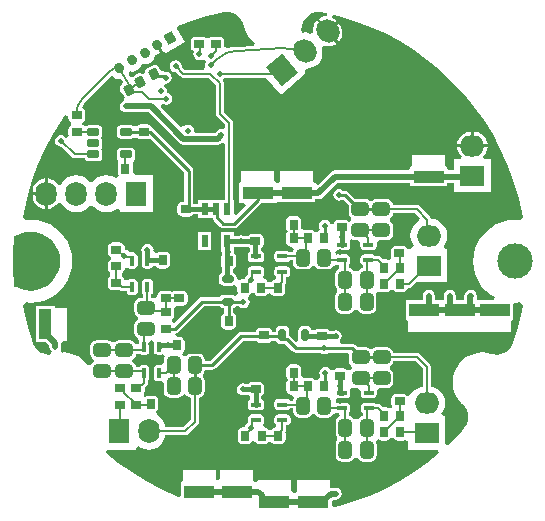
<source format=gbl>
G04*
G04 #@! TF.GenerationSoftware,Altium Limited,Altium Designer,20.0.13 (296)*
G04*
G04 Layer_Physical_Order=4*
G04 Layer_Color=16711680*
%FSLAX25Y25*%
%MOIN*%
G70*
G01*
G75*
%ADD10C,0.00600*%
%ADD13C,0.01000*%
G04:AMPARAMS|DCode=14|XSize=57.13mil|YSize=45.32mil|CornerRadius=11.33mil|HoleSize=0mil|Usage=FLASHONLY|Rotation=270.000|XOffset=0mil|YOffset=0mil|HoleType=Round|Shape=RoundedRectangle|*
%AMROUNDEDRECTD14*
21,1,0.05713,0.02266,0,0,270.0*
21,1,0.03447,0.04532,0,0,270.0*
1,1,0.02266,-0.01133,-0.01723*
1,1,0.02266,-0.01133,0.01723*
1,1,0.02266,0.01133,0.01723*
1,1,0.02266,0.01133,-0.01723*
%
%ADD14ROUNDEDRECTD14*%
%ADD15R,0.10236X0.04331*%
G04:AMPARAMS|DCode=18|XSize=35.43mil|YSize=29.53mil|CornerRadius=7.38mil|HoleSize=0mil|Usage=FLASHONLY|Rotation=90.000|XOffset=0mil|YOffset=0mil|HoleType=Round|Shape=RoundedRectangle|*
%AMROUNDEDRECTD18*
21,1,0.03543,0.01476,0,0,90.0*
21,1,0.02067,0.02953,0,0,90.0*
1,1,0.01476,0.00738,0.01034*
1,1,0.01476,0.00738,-0.01034*
1,1,0.01476,-0.00738,-0.01034*
1,1,0.01476,-0.00738,0.01034*
%
%ADD18ROUNDEDRECTD18*%
G04:AMPARAMS|DCode=19|XSize=35.43mil|YSize=29.53mil|CornerRadius=7.38mil|HoleSize=0mil|Usage=FLASHONLY|Rotation=180.000|XOffset=0mil|YOffset=0mil|HoleType=Round|Shape=RoundedRectangle|*
%AMROUNDEDRECTD19*
21,1,0.03543,0.01476,0,0,180.0*
21,1,0.02067,0.02953,0,0,180.0*
1,1,0.01476,-0.01034,0.00738*
1,1,0.01476,0.01034,0.00738*
1,1,0.01476,0.01034,-0.00738*
1,1,0.01476,-0.01034,-0.00738*
%
%ADD19ROUNDEDRECTD19*%
%ADD20R,0.04331X0.10236*%
G04:AMPARAMS|DCode=22|XSize=35.43mil|YSize=29.53mil|CornerRadius=7.38mil|HoleSize=0mil|Usage=FLASHONLY|Rotation=300.000|XOffset=0mil|YOffset=0mil|HoleType=Round|Shape=RoundedRectangle|*
%AMROUNDEDRECTD22*
21,1,0.03543,0.01476,0,0,300.0*
21,1,0.02067,0.02953,0,0,300.0*
1,1,0.01476,-0.00123,-0.01264*
1,1,0.01476,-0.01156,0.00526*
1,1,0.01476,0.00123,0.01264*
1,1,0.01476,0.01156,-0.00526*
%
%ADD22ROUNDEDRECTD22*%
%ADD78C,0.02000*%
%ADD79C,0.00800*%
%ADD80C,0.01500*%
%ADD82O,0.08268X0.07087*%
%ADD83R,0.08268X0.07087*%
%ADD84O,0.07087X0.08268*%
%ADD85R,0.07087X0.08268*%
G04:AMPARAMS|DCode=86|XSize=35.43mil|YSize=31.5mil|CornerRadius=0mil|HoleSize=0mil|Usage=FLASHONLY|Rotation=120.000|XOffset=0mil|YOffset=0mil|HoleType=Round|Shape=Rectangle|*
%AMROTATEDRECTD86*
4,1,4,0.02250,-0.00747,-0.00478,-0.02322,-0.02250,0.00747,0.00478,0.02322,0.02250,-0.00747,0.0*
%
%ADD86ROTATEDRECTD86*%

G04:AMPARAMS|DCode=87|XSize=35.43mil|YSize=31.5mil|CornerRadius=0mil|HoleSize=0mil|Usage=FLASHONLY|Rotation=120.000|XOffset=0mil|YOffset=0mil|HoleType=Round|Shape=Round|*
%AMOVALD87*
21,1,0.00394,0.03150,0.00000,0.00000,120.0*
1,1,0.03150,0.00098,-0.00171*
1,1,0.03150,-0.00098,0.00171*
%
%ADD87OVALD87*%

G04:AMPARAMS|DCode=88|XSize=70.87mil|YSize=82.68mil|CornerRadius=0mil|HoleSize=0mil|Usage=FLASHONLY|Rotation=40.000|XOffset=0mil|YOffset=0mil|HoleType=Round|Shape=Round|*
%AMOVALD88*
21,1,0.01181,0.07087,0.00000,0.00000,130.0*
1,1,0.07087,0.00380,-0.00452*
1,1,0.07087,-0.00380,0.00452*
%
%ADD88OVALD88*%

G04:AMPARAMS|DCode=89|XSize=70.87mil|YSize=82.68mil|CornerRadius=0mil|HoleSize=0mil|Usage=FLASHONLY|Rotation=40.000|XOffset=0mil|YOffset=0mil|HoleType=Round|Shape=Rectangle|*
%AMROTATEDRECTD89*
4,1,4,-0.00057,-0.05444,-0.05372,0.00889,0.00057,0.05444,0.05372,-0.00889,-0.00057,-0.05444,0.0*
%
%ADD89ROTATEDRECTD89*%

%ADD90C,0.11811*%
%ADD91C,0.01772*%
%ADD92C,0.01968*%
G04:AMPARAMS|DCode=93|XSize=23.62mil|YSize=39.37mil|CornerRadius=5.91mil|HoleSize=0mil|Usage=FLASHONLY|Rotation=0.000|XOffset=0mil|YOffset=0mil|HoleType=Round|Shape=RoundedRectangle|*
%AMROUNDEDRECTD93*
21,1,0.02362,0.02756,0,0,0.0*
21,1,0.01181,0.03937,0,0,0.0*
1,1,0.01181,0.00591,-0.01378*
1,1,0.01181,-0.00591,-0.01378*
1,1,0.01181,-0.00591,0.01378*
1,1,0.01181,0.00591,0.01378*
%
%ADD93ROUNDEDRECTD93*%
G04:AMPARAMS|DCode=94|XSize=23.62mil|YSize=39.37mil|CornerRadius=5.91mil|HoleSize=0mil|Usage=FLASHONLY|Rotation=90.000|XOffset=0mil|YOffset=0mil|HoleType=Round|Shape=RoundedRectangle|*
%AMROUNDEDRECTD94*
21,1,0.02362,0.02756,0,0,90.0*
21,1,0.01181,0.03937,0,0,90.0*
1,1,0.01181,0.01378,0.00591*
1,1,0.01181,0.01378,-0.00591*
1,1,0.01181,-0.01378,-0.00591*
1,1,0.01181,-0.01378,0.00591*
%
%ADD94ROUNDEDRECTD94*%
G04:AMPARAMS|DCode=95|XSize=15.75mil|YSize=33.47mil|CornerRadius=1.97mil|HoleSize=0mil|Usage=FLASHONLY|Rotation=90.000|XOffset=0mil|YOffset=0mil|HoleType=Round|Shape=RoundedRectangle|*
%AMROUNDEDRECTD95*
21,1,0.01575,0.02953,0,0,90.0*
21,1,0.01181,0.03347,0,0,90.0*
1,1,0.00394,0.01476,0.00591*
1,1,0.00394,0.01476,-0.00591*
1,1,0.00394,-0.01476,-0.00591*
1,1,0.00394,-0.01476,0.00591*
%
%ADD95ROUNDEDRECTD95*%
G04:AMPARAMS|DCode=96|XSize=57.13mil|YSize=45.32mil|CornerRadius=11.33mil|HoleSize=0mil|Usage=FLASHONLY|Rotation=180.000|XOffset=0mil|YOffset=0mil|HoleType=Round|Shape=RoundedRectangle|*
%AMROUNDEDRECTD96*
21,1,0.05713,0.02266,0,0,180.0*
21,1,0.03447,0.04532,0,0,180.0*
1,1,0.02266,-0.01723,0.01133*
1,1,0.02266,0.01723,0.01133*
1,1,0.02266,0.01723,-0.01133*
1,1,0.02266,-0.01723,-0.01133*
%
%ADD96ROUNDEDRECTD96*%
G04:AMPARAMS|DCode=97|XSize=15.75mil|YSize=33.47mil|CornerRadius=1.97mil|HoleSize=0mil|Usage=FLASHONLY|Rotation=0.000|XOffset=0mil|YOffset=0mil|HoleType=Round|Shape=RoundedRectangle|*
%AMROUNDEDRECTD97*
21,1,0.01575,0.02953,0,0,0.0*
21,1,0.01181,0.03347,0,0,0.0*
1,1,0.00394,0.00591,-0.01476*
1,1,0.00394,-0.00591,-0.01476*
1,1,0.00394,-0.00591,0.01476*
1,1,0.00394,0.00591,0.01476*
%
%ADD97ROUNDEDRECTD97*%
%ADD98R,0.02362X0.03937*%
G04:AMPARAMS|DCode=99|XSize=23.62mil|YSize=39.37mil|CornerRadius=2.01mil|HoleSize=0mil|Usage=FLASHONLY|Rotation=90.000|XOffset=0mil|YOffset=0mil|HoleType=Round|Shape=RoundedRectangle|*
%AMROUNDEDRECTD99*
21,1,0.02362,0.03535,0,0,90.0*
21,1,0.01961,0.03937,0,0,90.0*
1,1,0.00402,0.01768,0.00980*
1,1,0.00402,0.01768,-0.00980*
1,1,0.00402,-0.01768,-0.00980*
1,1,0.00402,-0.01768,0.00980*
%
%ADD99ROUNDEDRECTD99*%
G36*
X16499Y82968D02*
X16499Y82968D01*
X16499Y82968D01*
X17471Y82759D01*
X18007Y82634D01*
X17914Y81629D01*
X17085Y81593D01*
X15944Y81233D01*
X15361Y80862D01*
X18322Y77332D01*
X21450Y79957D01*
X21391Y80026D01*
X20509Y80834D01*
X19848Y81178D01*
X20197Y82124D01*
X21898Y81727D01*
X27196Y80120D01*
X32378Y78170D01*
X37421Y75885D01*
X42304Y73275D01*
X47006Y70351D01*
X51506Y67126D01*
X55786Y63614D01*
X59827Y59829D01*
X63612Y55788D01*
X67124Y51508D01*
X70349Y47007D01*
X73273Y42305D01*
X75883Y37423D01*
X78168Y32379D01*
X80119Y27198D01*
X81726Y21899D01*
X82983Y16507D01*
X83315Y14496D01*
X82430Y13718D01*
X80709Y13854D01*
X78541Y13683D01*
X76428Y13176D01*
X74419Y12344D01*
X72566Y11208D01*
X70913Y9796D01*
X69501Y8143D01*
X68365Y6289D01*
X67533Y4281D01*
X67026Y2167D01*
X66855Y0D01*
X67026Y-2167D01*
X67533Y-4281D01*
X68365Y-6289D01*
X69501Y-8143D01*
X70913Y-9796D01*
X72566Y-11208D01*
X73890Y-12020D01*
X73608Y-13020D01*
X68002D01*
X67936Y-12020D01*
X68039Y-11500D01*
X67884Y-10720D01*
X67442Y-10058D01*
X66780Y-9616D01*
X66000Y-9461D01*
X65220Y-9616D01*
X64558Y-10058D01*
X64440Y-10176D01*
X63998Y-10838D01*
X63843Y-11618D01*
Y-13020D01*
X61039D01*
Y-11500D01*
X60884Y-10720D01*
X60442Y-10058D01*
X59780Y-9616D01*
X59000Y-9461D01*
X58220Y-9616D01*
X57558Y-10058D01*
X57116Y-10720D01*
X56961Y-11500D01*
Y-13020D01*
X54039D01*
Y-11500D01*
X53884Y-10720D01*
X53442Y-10058D01*
X52780Y-9616D01*
X52000Y-9461D01*
X51220Y-9616D01*
X50558Y-10058D01*
X50116Y-10720D01*
X49961Y-11500D01*
Y-13020D01*
X44382D01*
Y-18756D01*
X44382Y-19350D01*
X45000Y-20094D01*
Y-23500D01*
X55750D01*
X56000Y-23500D01*
X56750D01*
X57000Y-23500D01*
X67500D01*
X67750Y-23500D01*
X68500D01*
X68750Y-23500D01*
X79500D01*
Y-20094D01*
X80118Y-19350D01*
X80118Y-18756D01*
Y-14400D01*
X80709Y-13854D01*
X82430Y-13718D01*
X83315Y-14496D01*
X82983Y-16506D01*
X81726Y-21898D01*
X80408Y-26242D01*
X80077Y-27185D01*
X79709Y-28033D01*
X79426Y-28563D01*
X78698Y-29450D01*
X77811Y-30178D01*
X76799Y-30719D01*
X75701Y-31052D01*
X74560Y-31164D01*
X73418Y-31052D01*
X72834Y-30875D01*
X72823Y-30912D01*
X72823D01*
X72823Y-30912D01*
X72716Y-30891D01*
X71831Y-30622D01*
X69895Y-30432D01*
X67959Y-30622D01*
X66098Y-31187D01*
X64383Y-32104D01*
X62879Y-33338D01*
X61645Y-34841D01*
X60728Y-36557D01*
X60164Y-38418D01*
X59973Y-40354D01*
X60164Y-42289D01*
X60728Y-44150D01*
X61645Y-45866D01*
X62879Y-47369D01*
X63163Y-47631D01*
X63339Y-47776D01*
X64067Y-48663D01*
X64608Y-49674D01*
X64941Y-50772D01*
X65053Y-51914D01*
X64941Y-53056D01*
X64608Y-54154D01*
X64158Y-54994D01*
X63582Y-55756D01*
X62930Y-56514D01*
X59827Y-59827D01*
X58340Y-61220D01*
X57422Y-60823D01*
Y-51757D01*
X56707D01*
X56213Y-50757D01*
X56721Y-50095D01*
X57279Y-48747D01*
X57470Y-47300D01*
X57279Y-45853D01*
X56721Y-44504D01*
X55832Y-43346D01*
X54674Y-42458D01*
X53326Y-41899D01*
X52614Y-41805D01*
Y-35233D01*
X52513Y-34726D01*
X52226Y-34296D01*
X48992Y-31063D01*
X48562Y-30775D01*
X48055Y-30674D01*
X40113D01*
X39977Y-29992D01*
X39505Y-29286D01*
X38800Y-28815D01*
X37968Y-28649D01*
X34521D01*
X33689Y-28815D01*
X32983Y-29286D01*
X32505D01*
X31800Y-28815D01*
X30968Y-28649D01*
X28262D01*
X27531Y-27919D01*
X27035Y-27587D01*
X26449Y-27471D01*
X22674D01*
X22371Y-26471D01*
X22431Y-26431D01*
X22869Y-25774D01*
X23023Y-25000D01*
X22869Y-24226D01*
X22431Y-23569D01*
X21774Y-23131D01*
X21000Y-22977D01*
X20226Y-23131D01*
X20099Y-23216D01*
X18925D01*
X18787Y-23009D01*
X18212Y-22625D01*
X17534Y-22490D01*
X15466D01*
X14788Y-22625D01*
X14213Y-23009D01*
X14209Y-23016D01*
X12852D01*
X12769Y-22601D01*
X12418Y-22075D01*
X11891Y-21724D01*
X11271Y-21600D01*
X10090D01*
X9469Y-21724D01*
X8943Y-22075D01*
X8591Y-22601D01*
X8468Y-23222D01*
Y-25978D01*
X8546Y-26369D01*
X7720Y-26957D01*
X5694Y-24931D01*
X5412Y-24743D01*
Y-23222D01*
X5289Y-22601D01*
X4937Y-22075D01*
X4411Y-21724D01*
X3791Y-21600D01*
X2609D01*
X1989Y-21724D01*
X1463Y-22075D01*
X1111Y-22601D01*
X988Y-23222D01*
Y-23471D01*
X-303D01*
X-329Y-23339D01*
X-713Y-22765D01*
X-1288Y-22380D01*
X-1966Y-22245D01*
X-4033D01*
X-4712Y-22380D01*
X-5287Y-22765D01*
X-5671Y-23339D01*
X-5697Y-23471D01*
X-10500D01*
X-11085Y-23587D01*
X-11581Y-23919D01*
X-20822Y-33160D01*
X-22649D01*
Y-32966D01*
X-22815Y-32133D01*
X-23286Y-31428D01*
X-23992Y-30956D01*
X-24824Y-30791D01*
X-27090D01*
X-27922Y-30956D01*
X-28627Y-31428D01*
X-28821Y-31718D01*
X-29773Y-31772D01*
X-29858Y-31762D01*
X-30200Y-30990D01*
X-29998Y-30476D01*
X-29865Y-30387D01*
X-29480Y-29812D01*
X-29346Y-29133D01*
Y-27066D01*
X-29480Y-26388D01*
X-29865Y-25813D01*
X-30439Y-25429D01*
X-31118Y-25294D01*
X-31958D01*
X-32003Y-25274D01*
X-32488Y-24294D01*
X-32311Y-24063D01*
X-32004Y-24002D01*
X-31508Y-23670D01*
X-22866Y-15029D01*
X-17664D01*
X-17525Y-15237D01*
X-16999Y-15589D01*
X-16378Y-15712D01*
X-16274D01*
Y-17405D01*
X-16735Y-17713D01*
X-17120Y-18288D01*
X-17255Y-18967D01*
Y-21034D01*
X-17120Y-21712D01*
X-16735Y-22287D01*
X-16161Y-22671D01*
X-15482Y-22806D01*
X-14006D01*
X-13328Y-22671D01*
X-12753Y-22287D01*
X-12369Y-21712D01*
X-12234Y-21034D01*
Y-18967D01*
X-12369Y-18288D01*
X-12753Y-17713D01*
X-13215Y-17405D01*
Y-15631D01*
X-13001Y-15589D01*
X-12475Y-15237D01*
X-12370Y-15079D01*
X-11157D01*
X-10574Y-15469D01*
X-9800Y-15623D01*
X-9026Y-15469D01*
X-8369Y-15031D01*
X-7931Y-14374D01*
X-7777Y-13600D01*
X-7931Y-12826D01*
X-8132Y-12525D01*
X-7931Y-11576D01*
X-7786Y-11380D01*
X-7332Y-11076D01*
X-7123Y-10764D01*
X-6933Y-10710D01*
X-6201D01*
X-6011Y-10764D01*
X-5802Y-11076D01*
X-5227Y-11461D01*
X-4549Y-11596D01*
X-3073D01*
X-2395Y-11461D01*
X-1820Y-11076D01*
X-1656Y-10831D01*
X-1405Y-10771D01*
X-595Y-10813D01*
X-545Y-10831D01*
X-314Y-11176D01*
X261Y-11561D01*
X939Y-11695D01*
X2415D01*
X3094Y-11561D01*
X3669Y-11176D01*
X4053Y-10601D01*
X4188Y-9923D01*
Y-7856D01*
X4160Y-7719D01*
X4387Y-7379D01*
X4488Y-6872D01*
Y-5360D01*
X4639D01*
X5106Y-5267D01*
X5502Y-5002D01*
X5766Y-4606D01*
X5859Y-4139D01*
Y-2958D01*
X5766Y-2491D01*
X5502Y-2095D01*
X5106Y-1831D01*
X4639Y-1738D01*
X1686D01*
X1219Y-1831D01*
X823Y-2095D01*
X558Y-2491D01*
X465Y-2958D01*
Y-4139D01*
X558Y-4606D01*
X823Y-5002D01*
X945Y-5084D01*
X942Y-5570D01*
X765Y-6119D01*
X261Y-6219D01*
X-314Y-6603D01*
X-478Y-6848D01*
X-729Y-6908D01*
X-1539Y-6867D01*
X-1589Y-6848D01*
X-1820Y-6503D01*
X-2395Y-6119D01*
X-3037Y-5991D01*
X-3101Y-5888D01*
X-3357Y-5002D01*
X-3092Y-4606D01*
X-2999Y-4139D01*
Y-2958D01*
X-3092Y-2491D01*
X-3357Y-2095D01*
X-3753Y-1831D01*
X-4220Y-1738D01*
X-7172D01*
X-7639Y-1831D01*
X-8035Y-2095D01*
X-8300Y-2491D01*
X-8393Y-2958D01*
Y-4139D01*
X-8335Y-4431D01*
X-8742Y-4703D01*
X-9180Y-5360D01*
X-9304Y-5984D01*
X-10061D01*
X-10739Y-6119D01*
X-11000Y-6293D01*
X-11969Y-5881D01*
X-12000Y-5850D01*
Y-5429D01*
X-12124Y-4809D01*
X-12475Y-4282D01*
X-13001Y-3931D01*
X-13346Y-3862D01*
Y-2674D01*
X-13328Y-2671D01*
X-12753Y-2287D01*
X-12369Y-1712D01*
X-12234Y-1034D01*
Y1034D01*
X-12369Y1712D01*
X-12753Y2287D01*
X-13076Y2503D01*
X-12977Y3000D01*
X-13079Y3618D01*
X-13079D01*
Y4814D01*
X-11437D01*
X-11310Y4729D01*
X-10535Y4575D01*
X-9761Y4729D01*
X-9634Y4814D01*
X-8228D01*
X-8098Y4619D01*
X-7595Y4283D01*
Y3296D01*
X-7639Y3287D01*
X-8035Y3023D01*
X-8300Y2627D01*
X-8393Y2160D01*
Y979D01*
X-8300Y512D01*
X-8035Y116D01*
X-7639Y-149D01*
X-7172Y-242D01*
X-4220D01*
X-3753Y-149D01*
X-3357Y116D01*
X-3092Y512D01*
X-2999Y979D01*
Y2160D01*
X-3092Y2627D01*
X-3357Y3023D01*
X-3753Y3287D01*
X-4025Y3342D01*
X-4026Y4284D01*
X-3524Y4619D01*
X-3140Y5194D01*
X-3005Y5872D01*
Y7348D01*
X-3140Y8027D01*
X-3524Y8602D01*
X-4099Y8986D01*
X-4778Y9121D01*
X-6844D01*
X-7523Y8986D01*
X-8098Y8602D01*
X-8244Y8383D01*
X-9634D01*
X-9761Y8467D01*
X-10535Y8621D01*
X-11310Y8467D01*
X-11437Y8383D01*
X-13079D01*
Y9555D01*
X-17441D01*
Y3618D01*
X-17441D01*
X-16985Y2807D01*
X-16914Y2452D01*
Y2019D01*
X-17120Y1712D01*
X-17255Y1034D01*
Y-1034D01*
X-17120Y-1712D01*
X-16914Y-2019D01*
Y-3914D01*
X-16999Y-3931D01*
X-17525Y-4282D01*
X-17876Y-4809D01*
X-18000Y-5429D01*
Y-6610D01*
X-17876Y-7231D01*
X-17525Y-7757D01*
X-16999Y-8108D01*
X-16378Y-8232D01*
X-13622D01*
X-13001Y-8108D01*
X-12833Y-7996D01*
X-11833Y-8459D01*
Y-9823D01*
X-11698Y-10501D01*
X-11691Y-10512D01*
X-11798Y-11102D01*
X-12130Y-11611D01*
X-12626Y-11662D01*
X-13001Y-11411D01*
X-13622Y-11288D01*
X-16378D01*
X-16999Y-11411D01*
X-17525Y-11763D01*
X-17664Y-11971D01*
X-23500D01*
X-24085Y-12087D01*
X-24581Y-12419D01*
X-32779Y-20616D01*
X-33692Y-20354D01*
X-33735Y-20199D01*
Y-19467D01*
X-33682Y-19277D01*
X-33369Y-19069D01*
X-32985Y-18494D01*
X-32850Y-17815D01*
Y-16339D01*
X-32964Y-15765D01*
X-32704Y-15335D01*
X-32307Y-14876D01*
X-32189Y-14899D01*
X-30122D01*
X-29444Y-14764D01*
X-28869Y-14380D01*
X-28485Y-13805D01*
X-28350Y-13127D01*
Y-11651D01*
X-28485Y-10973D01*
X-28869Y-10398D01*
X-29444Y-10013D01*
X-30122Y-9878D01*
X-32189D01*
X-32868Y-10013D01*
X-33456Y-10389D01*
X-34044Y-10013D01*
X-34722Y-9878D01*
X-36789D01*
X-37468Y-10013D01*
X-38043Y-10398D01*
X-38427Y-10973D01*
X-38562Y-11651D01*
Y-11906D01*
X-39562Y-12440D01*
X-39700Y-12348D01*
X-40471Y-12194D01*
Y-11087D01*
X-40343Y-11001D01*
X-40079Y-10606D01*
X-39986Y-10139D01*
Y-7186D01*
X-40079Y-6719D01*
X-40343Y-6323D01*
X-40739Y-6058D01*
X-41206Y-5965D01*
X-42387D01*
X-42854Y-6058D01*
X-43250Y-6323D01*
X-43515Y-6719D01*
X-43608Y-7186D01*
Y-10139D01*
X-43515Y-10606D01*
X-43250Y-11001D01*
X-43122Y-11087D01*
Y-12182D01*
X-43979D01*
X-44811Y-12348D01*
X-45517Y-12819D01*
X-45989Y-13525D01*
X-46154Y-14357D01*
Y-16623D01*
X-45989Y-17455D01*
X-45517Y-18160D01*
X-45042Y-18477D01*
X-44972Y-18768D01*
Y-19298D01*
X-45042Y-19589D01*
X-45517Y-19906D01*
X-45989Y-20611D01*
X-46154Y-21443D01*
Y-23709D01*
X-45989Y-24542D01*
X-45517Y-25247D01*
X-45099Y-25526D01*
X-44672Y-26572D01*
X-44765Y-27038D01*
Y-27593D01*
X-45765Y-27692D01*
X-45768Y-27681D01*
X-46239Y-26975D01*
X-46944Y-26504D01*
X-47777Y-26338D01*
X-51223D01*
X-52056Y-26504D01*
X-52761Y-26975D01*
X-53739D01*
X-54444Y-26504D01*
X-55277Y-26338D01*
X-58723D01*
X-59556Y-26504D01*
X-60261Y-26975D01*
X-60733Y-27681D01*
X-60898Y-28513D01*
Y-30779D01*
X-60733Y-31611D01*
X-60261Y-32316D01*
X-59786Y-32633D01*
X-59716Y-32924D01*
Y-33454D01*
X-59786Y-33744D01*
X-60261Y-34062D01*
X-60633Y-34617D01*
X-61216Y-34746D01*
X-61743Y-34724D01*
X-62881Y-33338D01*
X-64384Y-32104D01*
X-66100Y-31187D01*
X-67961Y-30622D01*
X-69897Y-30432D01*
X-70203Y-30462D01*
X-70771Y-29513D01*
X-70616Y-29280D01*
X-70461Y-28500D01*
Y-27268D01*
X-69831Y-26500D01*
X-68500D01*
Y-15500D01*
X-72500D01*
X-72650Y-14882D01*
X-78980D01*
Y-27118D01*
X-75533D01*
X-74539Y-28112D01*
Y-28500D01*
X-74384Y-29280D01*
X-73942Y-29942D01*
X-73738Y-30078D01*
X-73996Y-31109D01*
X-74561Y-31164D01*
X-75703Y-31052D01*
X-76801Y-30719D01*
X-77813Y-30178D01*
X-78699Y-29450D01*
X-79427Y-28563D01*
X-79968Y-27552D01*
X-80079Y-27185D01*
X-80410Y-26242D01*
X-81727Y-21898D01*
X-82985Y-16506D01*
X-83316Y-14496D01*
X-82431Y-13718D01*
X-80709Y-13854D01*
X-78541Y-13683D01*
X-76428Y-13176D01*
X-74419Y-12344D01*
X-72566Y-11208D01*
X-70913Y-9796D01*
X-69501Y-8143D01*
X-68365Y-6289D01*
X-67533Y-4281D01*
X-67026Y-2167D01*
X-66855Y0D01*
X-67026Y2167D01*
X-67533Y4281D01*
X-68365Y6289D01*
X-69501Y8143D01*
X-70913Y9796D01*
X-72566Y11208D01*
X-74419Y12344D01*
X-76428Y13176D01*
X-78541Y13683D01*
X-80709Y13854D01*
X-82432Y13718D01*
X-83317Y14495D01*
X-82985Y16507D01*
X-81727Y21899D01*
X-80120Y27198D01*
X-78170Y32379D01*
X-75885Y37423D01*
X-73275Y42305D01*
X-70351Y47007D01*
X-69206Y48606D01*
X-68206Y48284D01*
Y47818D01*
X-68071Y47139D01*
X-67687Y46565D01*
X-67374Y46356D01*
X-67321Y46166D01*
Y45434D01*
X-67374Y45244D01*
X-67687Y45035D01*
X-68071Y44460D01*
X-68206Y43782D01*
Y42306D01*
X-68071Y41628D01*
X-68919Y41155D01*
X-69169Y41531D01*
X-69826Y41969D01*
X-70600Y42123D01*
X-71374Y41969D01*
X-72031Y41531D01*
X-72469Y40874D01*
X-72623Y40100D01*
X-72469Y39326D01*
X-72031Y38669D01*
X-71374Y38231D01*
X-70600Y38077D01*
X-70476Y38102D01*
X-66997Y34623D01*
X-66567Y34335D01*
X-66060Y34234D01*
X-62737D01*
X-62712Y34111D01*
X-62447Y33714D01*
X-62050Y33448D01*
X-61581Y33355D01*
X-58046D01*
X-57577Y33448D01*
X-57180Y33714D01*
X-56915Y34111D01*
X-56821Y34580D01*
Y36540D01*
X-56915Y37009D01*
X-57180Y37406D01*
Y37454D01*
X-56915Y37851D01*
X-56821Y38320D01*
Y40280D01*
X-56915Y40749D01*
X-57166Y41170D01*
X-56915Y41591D01*
X-56821Y42060D01*
Y44021D01*
X-56915Y44489D01*
X-57180Y44886D01*
X-57577Y45152D01*
X-58046Y45245D01*
X-61581D01*
X-62050Y45152D01*
X-62447Y44886D01*
X-63415Y45237D01*
X-63426Y45244D01*
X-63479Y45434D01*
Y46166D01*
X-63426Y46356D01*
X-63113Y46565D01*
X-62729Y47139D01*
X-62594Y47818D01*
Y49294D01*
X-62729Y49972D01*
X-63113Y50547D01*
X-63688Y50931D01*
X-63398Y51848D01*
X-63099Y52408D01*
X-62246Y53446D01*
X-62213Y53468D01*
X-53874Y61807D01*
X-53737Y61798D01*
X-52990Y61225D01*
X-52121Y60865D01*
X-51187Y60742D01*
X-50727Y60803D01*
X-50027Y59632D01*
X-50156Y59139D01*
X-50675Y58683D01*
X-50981Y58062D01*
X-51026Y57372D01*
X-50804Y56718D01*
X-49771Y54928D01*
X-49441Y54551D01*
X-49527Y53872D01*
X-49680Y53484D01*
X-50342Y53042D01*
X-50784Y52380D01*
X-50939Y51600D01*
X-50784Y50820D01*
X-50342Y50158D01*
X-49680Y49716D01*
X-48900Y49561D01*
X-41445D01*
X-31242Y39358D01*
X-30580Y38916D01*
X-29800Y38761D01*
X-29800Y38761D01*
X-18400D01*
X-17620Y38916D01*
X-16958Y39358D01*
X-16749Y39567D01*
X-15825Y39184D01*
Y20382D01*
X-24921D01*
Y19119D01*
X-26471D01*
Y30200D01*
X-26587Y30785D01*
X-26919Y31281D01*
X-39759Y44122D01*
X-40221Y44430D01*
X-40229Y44472D01*
X-40613Y45047D01*
X-41188Y45431D01*
X-41866Y45566D01*
X-43933D01*
X-44612Y45431D01*
X-45187Y45047D01*
X-45270Y44923D01*
X-46353Y44886D01*
X-46750Y45152D01*
X-47219Y45245D01*
X-50754D01*
X-51223Y45152D01*
X-51620Y44886D01*
X-51885Y44489D01*
X-51979Y44021D01*
Y42060D01*
X-51885Y41591D01*
X-51620Y41194D01*
X-51223Y40929D01*
X-50754Y40835D01*
X-47219D01*
X-46750Y40929D01*
X-46353Y41194D01*
X-45265Y41182D01*
X-45187Y41065D01*
X-44612Y40680D01*
X-43933Y40545D01*
X-41866D01*
X-41188Y40680D01*
X-40862Y40899D01*
X-29529Y29566D01*
Y19766D01*
X-30033D01*
X-30712Y19631D01*
X-31287Y19247D01*
X-31671Y18672D01*
X-31806Y17994D01*
Y16518D01*
X-31671Y15840D01*
X-31287Y15265D01*
X-30712Y14880D01*
X-30033Y14746D01*
X-27966D01*
X-27288Y14880D01*
X-26713Y15265D01*
X-26522Y15550D01*
X-24921D01*
Y14445D01*
X-20076D01*
X-19984Y13986D01*
X-19653Y13490D01*
X-17581Y11419D01*
X-17085Y11087D01*
X-16500Y10971D01*
X-13000D01*
X-12415Y11087D01*
X-11919Y11419D01*
X-3919Y19419D01*
X-3851Y19520D01*
X958D01*
X1118Y19520D01*
X1118Y19520D01*
X1882Y19705D01*
X1882Y19705D01*
X14118D01*
Y20646D01*
X15185D01*
X15965Y20801D01*
X16627Y21243D01*
X21530Y26146D01*
X45882D01*
Y25020D01*
X58118D01*
Y26146D01*
X60366D01*
Y22957D01*
X72634D01*
Y34043D01*
X70388D01*
X70049Y35043D01*
X70331Y35260D01*
X71059Y36209D01*
X71517Y37314D01*
X71607Y38000D01*
X66500D01*
X61393D01*
X61483Y37314D01*
X61941Y36209D01*
X62669Y35260D01*
X62951Y35043D01*
X62612Y34043D01*
X60366D01*
Y30224D01*
X58825D01*
X58118Y30931D01*
Y31350D01*
X57500Y32094D01*
Y35500D01*
X46500D01*
Y32094D01*
X45882Y31350D01*
X45882Y30931D01*
X45175Y30224D01*
X20685D01*
X19905Y30069D01*
X19243Y29627D01*
X19243Y29627D01*
X15118Y25502D01*
X14118Y25916D01*
Y26035D01*
X13500Y26779D01*
Y30185D01*
X2500D01*
Y26779D01*
X1988Y26164D01*
X1299Y26109D01*
X500Y26898D01*
Y30000D01*
X-10500D01*
Y26594D01*
X-11118Y25850D01*
X-11118Y25256D01*
Y19520D01*
X-9450D01*
X-9067Y18596D01*
X-12155Y15508D01*
X-13079Y15891D01*
Y20382D01*
X-13174D01*
Y46000D01*
X-13275Y46507D01*
X-13563Y46937D01*
X-16375Y49749D01*
Y59400D01*
X-16475Y59907D01*
X-16752Y60352D01*
X-16269Y61069D01*
X-16229Y61131D01*
X-16186Y61174D01*
X-2117D01*
X2636Y55510D01*
X11129Y62637D01*
X10669Y63184D01*
X11118Y64205D01*
X11951Y64241D01*
X13342Y64680D01*
X14573Y65465D01*
X15560Y66541D01*
X16233Y67835D01*
X16549Y69260D01*
X16486Y70718D01*
X16362Y71112D01*
X16845Y71626D01*
X17179Y71846D01*
X18241Y71610D01*
X19436Y71663D01*
X20577Y72022D01*
X21160Y72394D01*
X17877Y76306D01*
X14595Y80219D01*
X14127Y79709D01*
X13575Y78648D01*
X13316Y77480D01*
X13363Y76393D01*
X13089Y76102D01*
X12499Y75716D01*
X12133Y75906D01*
X10708Y76222D01*
X9912Y76187D01*
X9591Y76499D01*
X9241Y77159D01*
X9385Y77635D01*
X9556Y78179D01*
X9562Y78189D01*
X9663Y78519D01*
X9663Y78519D01*
X9951Y79468D01*
X10492Y80480D01*
X11220Y81367D01*
X12106Y82095D01*
X13118Y82635D01*
X14216Y82968D01*
X15358Y83081D01*
X16499Y82968D01*
D02*
G37*
G36*
X-14218Y82968D02*
X-13120Y82635D01*
X-12108Y82095D01*
X-11221Y81367D01*
X-10493Y80480D01*
X-9953Y79468D01*
X-9665Y78519D01*
X-9665Y78519D01*
X-9564Y78189D01*
X-9558Y78179D01*
X-9386Y77635D01*
X-9167Y76913D01*
X-8251Y75197D01*
X-7017Y73694D01*
X-5983Y72846D01*
X-6317Y71825D01*
X-11573Y71531D01*
X-11658Y71612D01*
X-11702Y71593D01*
X-11699Y71532D01*
X-13431Y71395D01*
X-15161Y70980D01*
X-15290Y70927D01*
X-15894Y71314D01*
X-16194Y71634D01*
Y72982D01*
X-16329Y73660D01*
X-16713Y74235D01*
X-17288Y74620D01*
X-17966Y74755D01*
X-20033D01*
X-20712Y74620D01*
X-21287Y74235D01*
X-22213D01*
X-22788Y74620D01*
X-23467Y74755D01*
X-25534D01*
X-26212Y74620D01*
X-26787Y74235D01*
X-27171Y73660D01*
X-27306Y72982D01*
Y71506D01*
X-27171Y70828D01*
X-26787Y70253D01*
X-26277Y69912D01*
X-26369Y69774D01*
X-26523Y69000D01*
X-26369Y68226D01*
X-25931Y67569D01*
X-25274Y67131D01*
X-24500Y66977D01*
X-23726Y67131D01*
X-23674Y67166D01*
X-22526Y66895D01*
X-22336Y66374D01*
X-22469Y66174D01*
X-22623Y65400D01*
X-22509Y64825D01*
X-22881Y64133D01*
X-23137Y63826D01*
X-29351D01*
X-30402Y64876D01*
X-30377Y65000D01*
X-30531Y65774D01*
X-30969Y66431D01*
X-31626Y66869D01*
X-32400Y67023D01*
X-33174Y66869D01*
X-33831Y66431D01*
X-34269Y65774D01*
X-34423Y65000D01*
X-34269Y64226D01*
X-33831Y63569D01*
X-33174Y63131D01*
X-32400Y62977D01*
X-32276Y63002D01*
X-30837Y61563D01*
X-30407Y61275D01*
X-29900Y61174D01*
X-21349D01*
X-19026Y58851D01*
Y49200D01*
X-18925Y48693D01*
X-18637Y48263D01*
X-15898Y45523D01*
X-15966Y44509D01*
X-16826Y43965D01*
X-17200Y44039D01*
X-17980Y43884D01*
X-18642Y43442D01*
X-19245Y42839D01*
X-25735D01*
X-26277Y43500D01*
X-26431Y44274D01*
X-26869Y44931D01*
X-27526Y45369D01*
X-28300Y45523D01*
X-29074Y45369D01*
X-29730Y44931D01*
X-30979Y44862D01*
X-37329Y51213D01*
X-37015Y52314D01*
X-36558Y52421D01*
X-36274Y52231D01*
X-35500Y52077D01*
X-34726Y52231D01*
X-34069Y52669D01*
X-33631Y53326D01*
X-33477Y54100D01*
X-33631Y54874D01*
X-34069Y55531D01*
X-34726Y55969D01*
X-35377Y56099D01*
X-35277Y56600D01*
X-35431Y57374D01*
X-35869Y58031D01*
X-36211Y58259D01*
X-35821Y59201D01*
X-35700Y59177D01*
X-34926Y59331D01*
X-34269Y59769D01*
X-33831Y60426D01*
X-33677Y61200D01*
X-33831Y61974D01*
X-34269Y62631D01*
X-34926Y63069D01*
X-35700Y63223D01*
X-35943Y63175D01*
X-36523Y63290D01*
X-37241D01*
X-37956Y64528D01*
X-38412Y65048D01*
X-39032Y65354D01*
X-39722Y65399D01*
X-40377Y65177D01*
X-41655Y64439D01*
X-42175Y63983D01*
X-42481Y63362D01*
X-42506Y62987D01*
X-42644Y62846D01*
X-43277Y62480D01*
X-43468Y62432D01*
X-43805Y62598D01*
X-44495Y62643D01*
X-45150Y62421D01*
X-46429Y61683D01*
X-46647Y61491D01*
X-47675Y61520D01*
X-47705Y61532D01*
X-48038Y62412D01*
X-47525Y63282D01*
X-46925Y63203D01*
X-45992Y63326D01*
X-45123Y63686D01*
X-44376Y64259D01*
X-43803Y65005D01*
X-43486Y65772D01*
X-42663Y65663D01*
X-41730Y65786D01*
X-40861Y66146D01*
X-40114Y66719D01*
X-39541Y67466D01*
X-39181Y68336D01*
X-39152Y68557D01*
X-38402Y69133D01*
X-37729Y69221D01*
X-37569Y69288D01*
X-38933Y71650D01*
X-38067Y72150D01*
X-36644Y69686D01*
X-35910Y69655D01*
X-35580Y69535D01*
X-35448Y69307D01*
X-29256Y72882D01*
X-31936Y77522D01*
X-31599Y78464D01*
X-27198Y80120D01*
X-21899Y81727D01*
X-17472Y82759D01*
X-16501Y82968D01*
X-15359Y83081D01*
X-14218Y82968D01*
D02*
G37*
G36*
X-78795Y9620D02*
X-76955Y9062D01*
X-75260Y8155D01*
X-73773Y6936D01*
X-72553Y5449D01*
X-71647Y3754D01*
X-71089Y1914D01*
X-70900Y0D01*
X-71089Y-1914D01*
X-71647Y-3754D01*
X-72553Y-5449D01*
X-73773Y-6936D01*
X-75260Y-8155D01*
X-76955Y-9062D01*
X-78795Y-9620D01*
X-80709Y-9808D01*
X-82622Y-9620D01*
X-84462Y-9062D01*
X-85056Y-8744D01*
Y-8744D01*
X-85186Y-8692D01*
X-85511Y-8627D01*
X-85511Y-8627D01*
X-85524Y-8625D01*
X-85967Y-8537D01*
X-86241Y-8338D01*
X-86290Y-7944D01*
X-86614Y-2651D01*
X-86614Y2651D01*
X-86290Y7944D01*
X-86241Y8338D01*
X-85967Y8537D01*
X-85524Y8625D01*
X-85511Y8627D01*
X-85511Y8627D01*
X-85187Y8692D01*
X-85056Y8744D01*
Y8744D01*
X-84462Y9062D01*
X-82622Y9620D01*
X-80709Y9808D01*
X-78795Y9620D01*
D02*
G37*
G36*
X1111Y-26599D02*
X1463Y-27125D01*
X1989Y-27476D01*
X2609Y-27600D01*
X3791D01*
X3996Y-27559D01*
X6519Y-30081D01*
X7015Y-30413D01*
X7600Y-30529D01*
X15917D01*
X16426Y-30869D01*
X17200Y-31023D01*
X17974Y-30869D01*
X18483Y-30529D01*
X25104D01*
X25346Y-30824D01*
Y-33090D01*
X25512Y-33922D01*
X25983Y-34627D01*
X26207Y-34777D01*
X26286Y-35852D01*
X25775Y-36362D01*
X24820Y-36314D01*
X24787Y-36265D01*
X24212Y-35880D01*
X23534Y-35745D01*
X21466D01*
X20788Y-35880D01*
X20277Y-36222D01*
X20195Y-36249D01*
X20155Y-36257D01*
X19103Y-36127D01*
X18931Y-35869D01*
X18274Y-35431D01*
X17500Y-35277D01*
X16726Y-35431D01*
X16069Y-35869D01*
X15631Y-36526D01*
X15477Y-37300D01*
X15615Y-37995D01*
X15728Y-38985D01*
X15153Y-39369D01*
X14944Y-39682D01*
X14754Y-39735D01*
X14022D01*
X13833Y-39682D01*
X13624Y-39369D01*
X13049Y-38985D01*
X12370Y-38850D01*
X10894D01*
X10320Y-38964D01*
X9890Y-38704D01*
X9431Y-38307D01*
X9454Y-38189D01*
Y-36122D01*
X9320Y-35444D01*
X8935Y-34869D01*
X8360Y-34485D01*
X7682Y-34350D01*
X6206D01*
X5528Y-34485D01*
X4953Y-34869D01*
X4569Y-35444D01*
X4434Y-36122D01*
Y-38189D01*
X4569Y-38868D01*
X4944Y-39456D01*
X4569Y-40044D01*
X4434Y-40722D01*
Y-42789D01*
X4569Y-43468D01*
X4953Y-44043D01*
X5528Y-44427D01*
X6206Y-44562D01*
X6461D01*
X6995Y-45562D01*
X6903Y-45700D01*
X6750Y-46471D01*
X5642D01*
X5557Y-46343D01*
X5161Y-46079D01*
X4694Y-45986D01*
X1741D01*
X1274Y-46079D01*
X878Y-46343D01*
X613Y-46739D01*
X521Y-47206D01*
Y-48387D01*
X613Y-48854D01*
X878Y-49250D01*
X1274Y-49515D01*
X1741Y-49608D01*
X4694D01*
X5161Y-49515D01*
X5557Y-49250D01*
X5642Y-49122D01*
X6737D01*
Y-49979D01*
X6903Y-50811D01*
X7374Y-51517D01*
X8080Y-51989D01*
X8912Y-52154D01*
X11178D01*
X12010Y-51989D01*
X12716Y-51517D01*
X13033Y-51042D01*
X13323Y-50972D01*
X13853D01*
X14144Y-51042D01*
X14461Y-51517D01*
X15166Y-51989D01*
X15999Y-52154D01*
X18264D01*
X19097Y-51989D01*
X19802Y-51517D01*
X20082Y-51099D01*
X21127Y-50672D01*
X21594Y-50765D01*
X22149D01*
X22247Y-51765D01*
X22236Y-51767D01*
X21530Y-52239D01*
X21059Y-52944D01*
X20893Y-53777D01*
Y-57223D01*
X21059Y-58056D01*
X21530Y-58761D01*
Y-59739D01*
X21059Y-60444D01*
X20893Y-61277D01*
Y-64723D01*
X21059Y-65556D01*
X21530Y-66261D01*
X22236Y-66733D01*
X23068Y-66898D01*
X25334D01*
X26166Y-66733D01*
X26871Y-66261D01*
X27189Y-65786D01*
X27479Y-65716D01*
X28009D01*
X28300Y-65786D01*
X28617Y-66261D01*
X29322Y-66733D01*
X30154Y-66898D01*
X32420D01*
X33253Y-66733D01*
X33958Y-66261D01*
X34429Y-65556D01*
X34595Y-64723D01*
Y-61277D01*
X34429Y-60444D01*
X34685Y-59503D01*
X35114Y-59365D01*
X35572Y-59671D01*
X36250Y-59806D01*
X37726D01*
X38405Y-59671D01*
X38980Y-59287D01*
X39189Y-58974D01*
X39378Y-58921D01*
X40110D01*
X40300Y-58974D01*
X40509Y-59287D01*
X41084Y-59671D01*
X41762Y-59806D01*
X43238D01*
X43916Y-59671D01*
X44154Y-59512D01*
X45154Y-59957D01*
Y-62843D01*
X55146D01*
X55504Y-63843D01*
X51506Y-67124D01*
X47006Y-70349D01*
X42304Y-73273D01*
X37421Y-75883D01*
X32378Y-78168D01*
X27196Y-80118D01*
X21898Y-81726D01*
X20401Y-82075D01*
X19618Y-81453D01*
Y-80033D01*
X20112Y-79539D01*
X21000D01*
X21780Y-79384D01*
X22442Y-78942D01*
X22884Y-78280D01*
X23039Y-77500D01*
X22884Y-76720D01*
X22442Y-76058D01*
X21780Y-75616D01*
X21000Y-75461D01*
X19268D01*
X19000Y-75241D01*
Y-73000D01*
X8000D01*
Y-77000D01*
X7382Y-77150D01*
X6938Y-77150D01*
X6000Y-76406D01*
Y-73000D01*
X-5000D01*
Y-73365D01*
X-5882Y-73650D01*
X-6500Y-72906D01*
Y-69500D01*
X-17500D01*
Y-72148D01*
X-18425Y-73086D01*
X-18850Y-73086D01*
X-19000Y-72906D01*
Y-69500D01*
X-30000D01*
Y-72906D01*
X-30618Y-73650D01*
X-30618Y-74244D01*
Y-77952D01*
X-31440Y-78522D01*
X-32379Y-78168D01*
X-37423Y-75883D01*
X-42305Y-73273D01*
X-47007Y-70349D01*
X-51508Y-67124D01*
X-55477Y-63867D01*
X-55119Y-62867D01*
X-45757D01*
Y-62151D01*
X-44757Y-61658D01*
X-44096Y-62166D01*
X-42747Y-62724D01*
X-41300Y-62915D01*
X-39853Y-62724D01*
X-38504Y-62166D01*
X-37346Y-61277D01*
X-36458Y-60119D01*
X-35899Y-58771D01*
X-35805Y-58059D01*
X-29233D01*
X-28726Y-57958D01*
X-28296Y-57670D01*
X-25063Y-54437D01*
X-24775Y-54007D01*
X-24675Y-53500D01*
Y-45557D01*
X-23992Y-45421D01*
X-23286Y-44950D01*
X-22815Y-44245D01*
X-22649Y-43412D01*
Y-39966D01*
X-22815Y-39133D01*
X-23286Y-38428D01*
Y-37950D01*
X-22815Y-37245D01*
X-22649Y-36412D01*
Y-36218D01*
X-20189D01*
X-19604Y-36102D01*
X-19107Y-35770D01*
X-9866Y-26529D01*
X-5432D01*
X-5287Y-26747D01*
X-4712Y-27131D01*
X-4033Y-27266D01*
X-1966D01*
X-1288Y-27131D01*
X-713Y-26747D01*
X-568Y-26529D01*
X1097D01*
X1111Y-26599D01*
D02*
G37*
G36*
X-40037Y-26662D02*
X-39647Y-27039D01*
Y-29991D01*
X-39554Y-30458D01*
X-39290Y-30854D01*
X-38894Y-31119D01*
X-38427Y-31212D01*
X-37246D01*
X-36779Y-31119D01*
X-36655Y-31036D01*
X-35934Y-31757D01*
X-36185Y-32133D01*
X-36351Y-32966D01*
Y-33913D01*
X-36378Y-33966D01*
X-37246Y-34677D01*
X-38427D01*
X-38894Y-34769D01*
X-39290Y-35034D01*
X-39554Y-35430D01*
X-39647Y-35897D01*
Y-38850D01*
X-39554Y-39317D01*
X-39290Y-39713D01*
X-38894Y-39977D01*
X-38427Y-40070D01*
X-37246D01*
X-36378Y-40780D01*
X-36351Y-40834D01*
Y-43412D01*
X-36185Y-44245D01*
X-35714Y-44950D01*
X-35008Y-45421D01*
X-34176Y-45587D01*
X-31910D01*
X-31078Y-45421D01*
X-30373Y-44950D01*
X-30056Y-44475D01*
X-29765Y-44405D01*
X-29235D01*
X-28944Y-44475D01*
X-28627Y-44950D01*
X-27922Y-45421D01*
X-27325Y-45540D01*
Y-52951D01*
X-29782Y-55408D01*
X-35805D01*
X-35899Y-54695D01*
X-36458Y-53347D01*
X-37346Y-52189D01*
X-38504Y-51301D01*
X-38778Y-51187D01*
X-38889Y-50059D01*
X-38765Y-49976D01*
X-38380Y-49401D01*
X-38245Y-48722D01*
Y-46655D01*
X-38380Y-45977D01*
X-38765Y-45402D01*
X-39340Y-45018D01*
X-40018Y-44883D01*
X-41494D01*
X-42172Y-45018D01*
X-42579Y-45290D01*
X-42668Y-45263D01*
X-42812Y-45042D01*
X-43038Y-44163D01*
X-42829Y-43850D01*
X-42694Y-43171D01*
Y-42114D01*
X-42017Y-41437D01*
X-41730Y-41007D01*
X-41629Y-40500D01*
Y-39798D01*
X-41501Y-39713D01*
X-41236Y-39317D01*
X-41144Y-38850D01*
Y-35897D01*
X-41236Y-35430D01*
X-41501Y-35034D01*
X-41897Y-34769D01*
X-42364Y-34677D01*
X-43545D01*
X-44012Y-34769D01*
X-44408Y-35034D01*
X-44657Y-35407D01*
X-45640D01*
X-45768Y-34767D01*
X-46239Y-34062D01*
X-46714Y-33744D01*
X-46784Y-33454D01*
Y-32924D01*
X-46714Y-32633D01*
X-46239Y-32316D01*
X-45768Y-31611D01*
X-45635Y-30944D01*
X-44273D01*
X-44012Y-31119D01*
X-43545Y-31212D01*
X-42364D01*
X-41897Y-31119D01*
X-41501Y-30854D01*
X-41236Y-30458D01*
X-41144Y-29991D01*
Y-27038D01*
X-41174Y-26884D01*
X-40969Y-26537D01*
X-40469Y-26378D01*
X-40037Y-26662D01*
D02*
G37*
G36*
X49963Y-35782D02*
Y-41805D01*
X49251Y-41899D01*
X47902Y-42458D01*
X46744Y-43346D01*
X45856Y-44504D01*
X45742Y-44778D01*
X44614Y-44889D01*
X44531Y-44765D01*
X43956Y-44380D01*
X43278Y-44245D01*
X41211D01*
X40532Y-44380D01*
X39957Y-44765D01*
X39573Y-45340D01*
X39438Y-46018D01*
Y-47494D01*
X39573Y-48172D01*
X39845Y-48579D01*
X39818Y-48668D01*
X39597Y-48812D01*
X38718Y-49038D01*
X38405Y-48829D01*
X37726Y-48694D01*
X36669D01*
X35992Y-48017D01*
X35562Y-47730D01*
X35055Y-47629D01*
X34353D01*
X34268Y-47501D01*
X33872Y-47236D01*
X33405Y-47144D01*
X30452D01*
X29985Y-47236D01*
X29589Y-47501D01*
X29324Y-47897D01*
X29232Y-48364D01*
Y-49545D01*
X29324Y-50012D01*
X29589Y-50408D01*
X29962Y-50657D01*
Y-51640D01*
X29322Y-51767D01*
X28617Y-52239D01*
X28300Y-52714D01*
X28009Y-52784D01*
X27479D01*
X27189Y-52714D01*
X26871Y-52239D01*
X26166Y-51767D01*
X25499Y-51635D01*
Y-50273D01*
X25674Y-50012D01*
X25767Y-49545D01*
Y-48364D01*
X25674Y-47897D01*
X25409Y-47501D01*
X25013Y-47236D01*
X24546Y-47144D01*
X21594D01*
X21439Y-47174D01*
X21092Y-46970D01*
X20933Y-46469D01*
X21217Y-46037D01*
X21594Y-45647D01*
X24546D01*
X25013Y-45554D01*
X25409Y-45290D01*
X25674Y-44894D01*
X25767Y-44427D01*
Y-43246D01*
X25674Y-42779D01*
X25591Y-42655D01*
X26312Y-41934D01*
X26689Y-42185D01*
X27521Y-42351D01*
X28468D01*
X28521Y-42377D01*
X29232Y-43246D01*
Y-44427D01*
X29324Y-44894D01*
X29589Y-45290D01*
X29985Y-45554D01*
X30452Y-45647D01*
X33405D01*
X33872Y-45554D01*
X34268Y-45290D01*
X34532Y-44894D01*
X34625Y-44427D01*
Y-43246D01*
X35335Y-42377D01*
X35389Y-42351D01*
X37968D01*
X38800Y-42185D01*
X39505Y-41714D01*
X39977Y-41008D01*
X40142Y-40176D01*
Y-37910D01*
X39977Y-37078D01*
X39505Y-36373D01*
X39031Y-36056D01*
X38960Y-35765D01*
Y-35235D01*
X39031Y-34944D01*
X39505Y-34627D01*
X39977Y-33922D01*
X40095Y-33325D01*
X47506D01*
X49963Y-35782D01*
D02*
G37*
%LPC*%
G36*
X22092Y79190D02*
X18965Y76566D01*
X21926Y73037D01*
X22394Y73547D01*
X22946Y74608D01*
X23205Y75776D01*
X23153Y76971D01*
X22793Y78112D01*
X22151Y79121D01*
X22092Y79190D01*
D02*
G37*
G36*
X67091Y43082D02*
X67000D01*
Y39000D01*
X71607D01*
X71517Y39686D01*
X71059Y40791D01*
X70331Y41740D01*
X69382Y42469D01*
X68277Y42926D01*
X67091Y43082D01*
D02*
G37*
G36*
X66000D02*
X65909D01*
X64723Y42926D01*
X63618Y42469D01*
X62669Y41740D01*
X61941Y40791D01*
X61483Y39686D01*
X61393Y39000D01*
X66000D01*
Y43082D01*
D02*
G37*
G36*
X-47219Y37764D02*
X-50754D01*
X-51223Y37671D01*
X-51620Y37406D01*
X-51885Y37009D01*
X-51979Y36540D01*
Y34580D01*
X-51885Y34111D01*
X-51620Y33714D01*
X-51501Y32584D01*
X-51517Y32534D01*
X-51531Y32512D01*
X-51666Y31833D01*
Y29766D01*
X-51531Y29088D01*
X-51355Y28824D01*
X-51454Y28233D01*
X-52308Y27809D01*
X-52537Y27804D01*
X-52704Y27933D01*
X-54053Y28491D01*
X-55500Y28682D01*
X-56947Y28491D01*
X-58296Y27933D01*
X-59453Y27044D01*
X-59870Y26502D01*
X-61130D01*
X-61546Y27044D01*
X-62704Y27933D01*
X-64053Y28491D01*
X-65500Y28682D01*
X-66947Y28491D01*
X-68296Y27933D01*
X-69454Y27044D01*
X-70342Y25886D01*
X-70500Y25505D01*
X-71200Y25421D01*
X-71598Y25468D01*
X-72260Y26331D01*
X-73209Y27059D01*
X-74314Y27517D01*
X-75000Y27607D01*
Y22500D01*
Y17393D01*
X-74314Y17483D01*
X-73209Y17941D01*
X-72260Y18669D01*
X-71598Y19532D01*
X-71200Y19579D01*
X-70500Y19495D01*
X-70342Y19114D01*
X-69454Y17956D01*
X-68296Y17067D01*
X-66947Y16509D01*
X-65500Y16318D01*
X-64053Y16509D01*
X-62704Y17067D01*
X-61546Y17956D01*
X-61130Y18498D01*
X-59870D01*
X-59453Y17956D01*
X-58296Y17067D01*
X-56947Y16509D01*
X-55500Y16318D01*
X-54053Y16509D01*
X-52704Y17067D01*
X-52043Y17575D01*
X-51043Y17082D01*
Y16366D01*
X-39957D01*
Y28634D01*
X-45973D01*
X-46672Y29634D01*
X-46646Y29766D01*
Y31833D01*
X-46780Y32512D01*
X-46397Y33685D01*
X-46353Y33714D01*
X-46088Y34111D01*
X-45995Y34580D01*
Y36540D01*
X-46088Y37009D01*
X-46353Y37406D01*
X-46750Y37671D01*
X-47219Y37764D01*
D02*
G37*
G36*
X-76000Y27607D02*
X-76686Y27517D01*
X-77791Y27059D01*
X-78740Y26331D01*
X-79469Y25382D01*
X-79926Y24277D01*
X-80082Y23091D01*
Y23000D01*
X-76000D01*
Y27607D01*
D02*
G37*
G36*
Y22000D02*
X-80082D01*
Y21909D01*
X-79926Y20723D01*
X-79469Y19618D01*
X-78740Y18669D01*
X-77791Y17941D01*
X-76686Y17483D01*
X-76000Y17393D01*
Y22000D01*
D02*
G37*
G36*
X22100Y24123D02*
X21326Y23969D01*
X20669Y23531D01*
X20231Y22874D01*
X20077Y22100D01*
X20231Y21326D01*
X20669Y20669D01*
X21326Y20231D01*
X22100Y20077D01*
X22874Y20231D01*
X23105Y20385D01*
X23460D01*
X25293Y18552D01*
X25291Y18542D01*
Y16277D01*
X25456Y15444D01*
X25928Y14739D01*
X26106Y14620D01*
X26179Y13524D01*
X26076Y13440D01*
X25485Y13200D01*
X25010Y13420D01*
X24712Y13620D01*
X24034Y13755D01*
X21967D01*
X21288Y13620D01*
X20713Y13235D01*
X20329Y12661D01*
X20278Y12403D01*
X19258Y12402D01*
X19215Y12620D01*
X18776Y13276D01*
X18120Y13715D01*
X17346Y13869D01*
X16572Y13715D01*
X15915Y13276D01*
X15477Y12620D01*
X15323Y11846D01*
X15477Y11072D01*
X15673Y10381D01*
X15098Y9997D01*
X14889Y9684D01*
X14699Y9631D01*
X13967D01*
X13778Y9684D01*
X13568Y9997D01*
X12994Y10381D01*
X12315Y10516D01*
X10839D01*
X10265Y10402D01*
X9835Y10662D01*
X9376Y11059D01*
X9399Y11177D01*
Y13244D01*
X9264Y13922D01*
X8880Y14497D01*
X8305Y14881D01*
X7627Y15016D01*
X6151D01*
X5473Y14881D01*
X4898Y14497D01*
X4513Y13922D01*
X4379Y13244D01*
Y11177D01*
X4513Y10499D01*
X4889Y9910D01*
X4513Y9322D01*
X4379Y8644D01*
Y6577D01*
X4513Y5899D01*
X4898Y5324D01*
X5473Y4939D01*
X6151Y4804D01*
X6406D01*
X6940Y3805D01*
X6848Y3666D01*
X6694Y2895D01*
X5587D01*
X5502Y3023D01*
X5106Y3287D01*
X4639Y3380D01*
X1686D01*
X1219Y3287D01*
X823Y3023D01*
X558Y2627D01*
X465Y2160D01*
Y979D01*
X558Y512D01*
X823Y116D01*
X1219Y-149D01*
X1686Y-242D01*
X4639D01*
X5106Y-149D01*
X5502Y116D01*
X5587Y244D01*
X6682D01*
Y-613D01*
X6848Y-1445D01*
X7319Y-2151D01*
X8025Y-2622D01*
X8857Y-2788D01*
X11123D01*
X11955Y-2622D01*
X12660Y-2151D01*
X12978Y-1676D01*
X13268Y-1606D01*
X13798D01*
X14089Y-1676D01*
X14406Y-2151D01*
X15111Y-2622D01*
X15944Y-2788D01*
X18209D01*
X19041Y-2622D01*
X19747Y-2151D01*
X20026Y-1733D01*
X21072Y-1306D01*
X21539Y-1399D01*
X22093D01*
X22192Y-2399D01*
X22181Y-2401D01*
X21475Y-2873D01*
X21004Y-3578D01*
X20838Y-4410D01*
Y-7857D01*
X21004Y-8689D01*
X21475Y-9395D01*
Y-10373D01*
X21004Y-11078D01*
X20838Y-11910D01*
Y-15357D01*
X21004Y-16190D01*
X21475Y-16895D01*
X22181Y-17366D01*
X23013Y-17532D01*
X25278D01*
X26111Y-17366D01*
X26816Y-16895D01*
X27133Y-16420D01*
X27424Y-16350D01*
X27954D01*
X28245Y-16420D01*
X28562Y-16895D01*
X29267Y-17366D01*
X30099Y-17532D01*
X32365D01*
X33197Y-17366D01*
X33903Y-16895D01*
X34374Y-16190D01*
X34540Y-15357D01*
Y-11910D01*
X34374Y-11078D01*
X34629Y-10137D01*
X35059Y-9999D01*
X35517Y-10305D01*
X36195Y-10440D01*
X37671D01*
X38350Y-10305D01*
X38924Y-9921D01*
X39133Y-9608D01*
X39323Y-9555D01*
X40055D01*
X40244Y-9608D01*
X40453Y-9921D01*
X41028Y-10305D01*
X41707Y-10440D01*
X43183D01*
X43861Y-10305D01*
X44436Y-9921D01*
X44820Y-9346D01*
X44897Y-8959D01*
X45276D01*
X45783Y-8858D01*
X46213Y-8571D01*
X47741Y-7043D01*
X58134D01*
Y4043D01*
X57419D01*
X56925Y5043D01*
X57433Y5704D01*
X57991Y7053D01*
X58182Y8500D01*
X57991Y9947D01*
X57433Y11296D01*
X56544Y12454D01*
X55386Y13342D01*
X54038Y13901D01*
X52786Y14065D01*
X52725Y14373D01*
X52437Y14803D01*
X48937Y18303D01*
X48507Y18591D01*
X48000Y18692D01*
X40057D01*
X39922Y19375D01*
X39450Y20080D01*
X38745Y20551D01*
X37912Y20717D01*
X34466D01*
X33633Y20551D01*
X32928Y20080D01*
X32450D01*
X31745Y20551D01*
X30912Y20717D01*
X27466D01*
X27456Y20715D01*
X25175Y22996D01*
X24678Y23328D01*
X24093Y23444D01*
X23588D01*
X23531Y23531D01*
X22874Y23969D01*
X22100Y24123D01*
D02*
G37*
G36*
X-20559Y9555D02*
X-24921D01*
Y3618D01*
X-20559D01*
Y9555D01*
D02*
G37*
G36*
X-41800Y5723D02*
X-42574Y5569D01*
X-43231Y5131D01*
X-43669Y4474D01*
X-43823Y3700D01*
X-43669Y2926D01*
X-43583Y2796D01*
Y1798D01*
X-43608Y1672D01*
Y-1280D01*
X-43515Y-1747D01*
X-43250Y-2143D01*
X-42854Y-2408D01*
X-42387Y-2501D01*
X-41206D01*
X-40739Y-2408D01*
X-40343Y-2143D01*
X-40079Y-1747D01*
X-40025Y-1475D01*
X-39082Y-1474D01*
X-38747Y-1976D01*
X-38172Y-2360D01*
X-37494Y-2495D01*
X-36018D01*
X-35339Y-2360D01*
X-34765Y-1976D01*
X-34380Y-1401D01*
X-34245Y-722D01*
Y1345D01*
X-34380Y2023D01*
X-34765Y2598D01*
X-35339Y2982D01*
X-36018Y3117D01*
X-37494D01*
X-38172Y2982D01*
X-38570Y2716D01*
X-39028Y2733D01*
X-39807Y3548D01*
X-39777Y3700D01*
X-39931Y4474D01*
X-40369Y5131D01*
X-41026Y5569D01*
X-41800Y5723D01*
D02*
G37*
G36*
X-51122Y6333D02*
X-53189D01*
X-53868Y6198D01*
X-54443Y5814D01*
X-54827Y5239D01*
X-54962Y4561D01*
Y3085D01*
X-54827Y2406D01*
X-54443Y1832D01*
X-54130Y1623D01*
X-54077Y1433D01*
Y701D01*
X-54130Y511D01*
X-54443Y302D01*
X-54827Y-273D01*
X-54962Y-951D01*
Y-2427D01*
X-54827Y-3105D01*
X-54443Y-3680D01*
X-54198Y-3844D01*
X-54137Y-4095D01*
X-54179Y-4905D01*
X-54198Y-4955D01*
X-54542Y-5186D01*
X-54927Y-5761D01*
X-55062Y-6439D01*
Y-7915D01*
X-54927Y-8594D01*
X-54542Y-9168D01*
X-53968Y-9553D01*
X-53289Y-9688D01*
X-51222D01*
X-51085Y-9660D01*
X-50746Y-9887D01*
X-50238Y-9988D01*
X-48726D01*
Y-10139D01*
X-48633Y-10606D01*
X-48368Y-11001D01*
X-47973Y-11266D01*
X-47506Y-11359D01*
X-46324D01*
X-45857Y-11266D01*
X-45461Y-11001D01*
X-45197Y-10606D01*
X-45104Y-10139D01*
Y-7186D01*
X-45197Y-6719D01*
X-45461Y-6323D01*
X-45857Y-6058D01*
X-46324Y-5965D01*
X-47506D01*
X-47973Y-6058D01*
X-48368Y-6323D01*
X-48450Y-6445D01*
X-48936Y-6442D01*
X-49485Y-6266D01*
X-49585Y-5761D01*
X-49969Y-5186D01*
X-50214Y-5022D01*
X-50275Y-4771D01*
X-50233Y-3961D01*
X-50214Y-3911D01*
X-49869Y-3680D01*
X-49485Y-3105D01*
X-49357Y-2463D01*
X-49254Y-2399D01*
X-48368Y-2143D01*
X-47973Y-2408D01*
X-47506Y-2501D01*
X-46324D01*
X-45857Y-2408D01*
X-45461Y-2143D01*
X-45197Y-1747D01*
X-45104Y-1280D01*
Y1672D01*
X-45197Y2139D01*
X-45461Y2535D01*
X-45857Y2800D01*
X-46324Y2893D01*
X-47506D01*
X-47798Y2835D01*
X-48069Y3242D01*
X-48726Y3680D01*
X-49350Y3804D01*
Y4561D01*
X-49485Y5239D01*
X-49869Y5814D01*
X-50444Y6198D01*
X-51122Y6333D01*
D02*
G37*
%LPD*%
G36*
X49063Y14428D02*
X48868Y13447D01*
X48614Y13342D01*
X47456Y12454D01*
X46567Y11296D01*
X46009Y9947D01*
X45818Y8500D01*
X46009Y7053D01*
X46567Y5704D01*
X46897Y5274D01*
X46539Y4286D01*
X45866Y4043D01*
D01*
X44866Y3995D01*
X44860Y4027D01*
X44476Y4602D01*
X43901Y4986D01*
X43222Y5121D01*
X41155D01*
X40477Y4986D01*
X39902Y4602D01*
X39518Y4027D01*
X39383Y3348D01*
Y1872D01*
X39518Y1194D01*
X39790Y787D01*
X39763Y698D01*
X39542Y554D01*
X38663Y328D01*
X38350Y537D01*
X37671Y672D01*
X36614D01*
X35937Y1349D01*
X35507Y1636D01*
X35000Y1737D01*
X34298D01*
X34212Y1865D01*
X33817Y2130D01*
X33350Y2223D01*
X30397D01*
X29930Y2130D01*
X29534Y1865D01*
X29269Y1469D01*
X29177Y1002D01*
Y-179D01*
X29269Y-646D01*
X29534Y-1042D01*
X29907Y-1291D01*
Y-2274D01*
X29267Y-2401D01*
X28562Y-2873D01*
X28245Y-3347D01*
X27954Y-3418D01*
X27424D01*
X27133Y-3347D01*
X26816Y-2873D01*
X26111Y-2401D01*
X25444Y-2269D01*
Y-907D01*
X25619Y-646D01*
X25712Y-179D01*
Y1002D01*
X25619Y1469D01*
X25354Y1865D01*
X24958Y2130D01*
X24491Y2223D01*
X21539D01*
X21384Y2192D01*
X21036Y2397D01*
X20878Y2897D01*
X21162Y3330D01*
X21539Y3719D01*
X24491D01*
X24958Y3812D01*
X25354Y4076D01*
X25619Y4472D01*
X25712Y4939D01*
Y6120D01*
X25619Y6587D01*
X25536Y6712D01*
X26257Y7432D01*
X26633Y7181D01*
X27466Y7015D01*
X28413D01*
X28466Y6989D01*
X29177Y6120D01*
Y4939D01*
X29269Y4472D01*
X29534Y4076D01*
X29930Y3812D01*
X30397Y3719D01*
X33350D01*
X33817Y3812D01*
X34212Y4076D01*
X34477Y4472D01*
X34570Y4939D01*
Y6120D01*
X35280Y6989D01*
X35334Y7015D01*
X37912D01*
X38745Y7181D01*
X39450Y7652D01*
X39922Y8358D01*
X40087Y9190D01*
Y11456D01*
X39922Y12288D01*
X39450Y12993D01*
X38976Y13311D01*
X38905Y13601D01*
Y14131D01*
X38976Y14422D01*
X39450Y14739D01*
X39922Y15444D01*
X40040Y16041D01*
X47451D01*
X49063Y14428D01*
D02*
G37*
%LPC*%
G36*
X-4722Y-40246D02*
X-6789D01*
X-7468Y-40380D01*
X-8043Y-40765D01*
X-8162Y-40944D01*
X-9057D01*
X-9226Y-40831D01*
X-10000Y-40677D01*
X-10774Y-40831D01*
X-11431Y-41269D01*
X-11869Y-41926D01*
X-12023Y-42700D01*
X-11869Y-43474D01*
X-11431Y-44131D01*
X-10774Y-44569D01*
X-10000Y-44723D01*
X-9226Y-44569D01*
X-9141Y-44512D01*
X-8200D01*
X-8043Y-44747D01*
X-7540Y-45083D01*
Y-46070D01*
X-7584Y-46079D01*
X-7980Y-46343D01*
X-8245Y-46739D01*
X-8338Y-47206D01*
Y-48387D01*
X-8245Y-48854D01*
X-7980Y-49250D01*
X-7584Y-49515D01*
X-7117Y-49608D01*
X-4165D01*
X-3698Y-49515D01*
X-3302Y-49250D01*
X-3037Y-48854D01*
X-2944Y-48387D01*
Y-47206D01*
X-3037Y-46739D01*
X-3302Y-46343D01*
X-3698Y-46079D01*
X-3970Y-46025D01*
X-3971Y-45082D01*
X-3469Y-44747D01*
X-3085Y-44172D01*
X-2950Y-43494D01*
Y-42018D01*
X-3085Y-41339D01*
X-3469Y-40765D01*
X-4044Y-40380D01*
X-4722Y-40246D01*
D02*
G37*
G36*
X4694Y-51104D02*
X1741D01*
X1274Y-51197D01*
X878Y-51461D01*
X613Y-51857D01*
X521Y-52324D01*
Y-53505D01*
X613Y-53973D01*
X878Y-54368D01*
X1001Y-54450D01*
X997Y-54936D01*
X821Y-55485D01*
X316Y-55585D01*
X-259Y-55969D01*
X-423Y-56214D01*
X-674Y-56275D01*
X-1484Y-56233D01*
X-1534Y-56214D01*
X-1764Y-55869D01*
X-2340Y-55485D01*
X-2982Y-55357D01*
X-3046Y-55254D01*
X-3302Y-54368D01*
X-3037Y-53973D01*
X-2944Y-53505D01*
Y-52324D01*
X-3037Y-51857D01*
X-3302Y-51461D01*
X-3698Y-51197D01*
X-4165Y-51104D01*
X-7117D01*
X-7584Y-51197D01*
X-7980Y-51461D01*
X-8245Y-51857D01*
X-8338Y-52324D01*
Y-53505D01*
X-8280Y-53798D01*
X-8687Y-54069D01*
X-9125Y-54726D01*
X-9249Y-55350D01*
X-10006D01*
X-10684Y-55485D01*
X-11259Y-55869D01*
X-11643Y-56444D01*
X-11778Y-57122D01*
Y-59189D01*
X-11643Y-59868D01*
X-11259Y-60443D01*
X-10684Y-60827D01*
X-10006Y-60962D01*
X-8529D01*
X-7851Y-60827D01*
X-7276Y-60443D01*
X-7067Y-60130D01*
X-6877Y-60077D01*
X-6146D01*
X-5956Y-60130D01*
X-5747Y-60443D01*
X-5172Y-60827D01*
X-4494Y-60962D01*
X-3018D01*
X-2340Y-60827D01*
X-1764Y-60443D01*
X-1601Y-60198D01*
X-1350Y-60137D01*
X-540Y-60179D01*
X-490Y-60198D01*
X-259Y-60543D01*
X316Y-60927D01*
X994Y-61062D01*
X2471D01*
X3149Y-60927D01*
X3724Y-60543D01*
X4108Y-59968D01*
X4243Y-59289D01*
Y-57222D01*
X4215Y-57085D01*
X4442Y-56746D01*
X4543Y-56238D01*
Y-54726D01*
X4694D01*
X5161Y-54633D01*
X5557Y-54368D01*
X5821Y-53973D01*
X5914Y-53505D01*
Y-52324D01*
X5821Y-51857D01*
X5557Y-51461D01*
X5161Y-51197D01*
X4694Y-51104D01*
D02*
G37*
%LPD*%
D10*
X-132Y62500D02*
G03*
X2940Y63772I0J4343D01*
G01*
X-11658Y70200D02*
G03*
X-11624Y70201I0J600D01*
G01*
X-11658Y70200D02*
G03*
X-18729Y67271I0J-10000D01*
G01*
X3196Y71005D02*
G03*
X2891Y71013I-199J-1789D01*
G01*
X51500Y9000D02*
Y13866D01*
Y9000D02*
X52000Y8500D01*
X45276Y-7634D02*
X50409Y-2500D01*
X42445Y-7634D02*
X45276D01*
X50409Y-2500D02*
X51500D01*
X48000Y17366D02*
X51500Y13866D01*
X36232Y17366D02*
X48000D01*
X36189Y17410D02*
X36232Y17366D01*
X51288Y-47300D02*
Y-35233D01*
X48055Y-32000D02*
X51288Y-35233D01*
X36287Y-32000D02*
X48055D01*
X36244Y-31957D02*
X36287Y-32000D01*
X29384Y-39043D02*
X36244D01*
X31928Y-43836D02*
Y-41588D01*
X29384Y-39043D02*
X31928Y-41588D01*
X29244Y-39043D02*
X29384D01*
X-26000Y-41732D02*
X-25957Y-41689D01*
X-26000Y-53500D02*
Y-41732D01*
X-29233Y-56733D02*
X-26000Y-53500D01*
X-41300Y-56733D02*
X-29233D01*
X-33043Y-41689D02*
Y-34829D01*
X-37836Y-37373D02*
X-35588D01*
X-33043Y-34829D01*
Y-34689D01*
X-17700Y49200D02*
X-14500Y46000D01*
Y17976D02*
Y46000D01*
X-3811Y-8790D02*
X-3761Y-8840D01*
X-9323Y-8790D02*
Y-8495D01*
X-7137Y-6308D01*
X-6872Y-4036D02*
X-6385Y-3549D01*
X-5696D01*
X1627Y-8840D02*
Y-8407D01*
X3162Y-6872D01*
X9531Y1569D02*
X9760Y1340D01*
X10873Y7660D02*
X11200Y7333D01*
X6889Y7610D02*
X6939Y7660D01*
X10873D01*
X11200Y2779D02*
Y7333D01*
X17076Y1110D02*
X17775Y412D01*
X24118Y-13607D02*
X24146Y-13634D01*
X23731Y412D02*
X24118Y24D01*
X23015Y412D02*
X23731D01*
X36933Y-7634D02*
Y-7522D01*
Y-1634D02*
Y-1522D01*
X35000Y412D02*
X36933Y-1522D01*
X31620Y412D02*
X31873D01*
X31232Y24D02*
X31620Y412D01*
X31873D02*
X35000D01*
X38192Y-6262D02*
X38305D01*
X42317Y-1506D02*
X42445Y-1634D01*
X41577Y-2990D02*
Y-2980D01*
X42423Y-2134D01*
X42189Y3110D02*
X42317Y2982D01*
X-6872Y-6044D02*
Y-4036D01*
X3162Y-6872D02*
Y-3549D01*
X6889Y7610D02*
Y12210D01*
X9760Y1340D02*
X11200Y2779D01*
X31232Y-6134D02*
Y24D01*
X42317Y-1506D02*
Y2982D01*
X38305Y-6262D02*
X41577Y-2990D01*
X24118Y-13607D02*
Y24D01*
X31232Y-13634D02*
Y-6134D01*
X3162Y1569D02*
X9531D01*
X17775Y412D02*
X23015D01*
X36933Y-7522D02*
X38192Y-6262D01*
X-3761Y-8840D02*
X1627D01*
X9815Y-48026D02*
X11255Y-46587D01*
X42244Y-46256D02*
X42372Y-46384D01*
X-6817Y-55410D02*
Y-53402D01*
X6944Y-41756D02*
Y-37156D01*
X3217Y-56238D02*
Y-52915D01*
X11255Y-46587D02*
Y-42033D01*
X24174Y-62973D02*
Y-49342D01*
X31287Y-55500D02*
Y-49342D01*
Y-63000D02*
Y-55500D01*
X38360Y-55628D02*
X41632Y-52356D01*
X42372Y-50872D02*
Y-46384D01*
X42500Y-57000D02*
X50988D01*
X6994Y-41706D02*
X10928D01*
X9586Y-47797D02*
X9815Y-48026D01*
X-6330Y-52915D02*
X-5641D01*
X17830Y-48954D02*
X23070D01*
X17131Y-48256D02*
X17830Y-48954D01*
X31928D02*
X35055D01*
X41632Y-52346D02*
X42478Y-51500D01*
X1682Y-57774D02*
X3217Y-56238D01*
X6944Y-41756D02*
X6994Y-41706D01*
X10928D02*
X11255Y-42033D01*
X-6817Y-53402D02*
X-6330Y-52915D01*
X3217Y-47797D02*
X9586D01*
X23070Y-48954D02*
X23786D01*
X24174Y-49342D01*
X31287D02*
X31675Y-48954D01*
X31928D01*
X35055D02*
X36988Y-50888D01*
Y-51000D02*
Y-50888D01*
X41632Y-52356D02*
Y-52346D01*
X42372Y-50872D02*
X42500Y-51000D01*
X-9268Y-57861D02*
X-7081Y-55674D01*
X-9268Y-58156D02*
Y-57861D01*
X1682Y-58206D02*
Y-57774D01*
X-3706Y-58206D02*
X1682D01*
X-3756Y-58156D02*
X-3706Y-58206D01*
X36988Y-57000D02*
Y-56888D01*
X38248Y-55628D01*
X38360D01*
X50988Y-57000D02*
X51288Y-57300D01*
X24174Y-62973D02*
X24201Y-63000D01*
X-57000Y-29646D02*
X-56973Y-29618D01*
X-51300Y-56733D02*
X-51000Y-56433D01*
X-49628Y-43805D02*
Y-43692D01*
X-50888Y-42433D02*
X-49628Y-43692D01*
X-51000Y-42433D02*
X-50888D01*
X-52206Y-1739D02*
X-52156Y-1689D01*
X-52206Y-7127D02*
Y-1739D01*
Y-7127D02*
X-51774D01*
X-52156Y3823D02*
X-51861D01*
X-49674Y1637D01*
X-45000Y-47945D02*
X-44872Y-47817D01*
X-46356Y-47077D02*
X-46346D01*
X-45000Y-42433D02*
X-44888D01*
X-42954Y-40500D01*
Y-37373D02*
Y-37120D01*
X-43342Y-36732D02*
X-42954Y-37120D01*
X-43342Y-29618D02*
X-42954Y-29231D01*
Y-28515D01*
X-41797Y-15031D02*
Y-8662D01*
X-47402Y1373D02*
X-46915Y885D01*
X-36033Y-16700D02*
X-35706Y-16373D01*
X-35756Y-12389D02*
X-35706Y-12439D01*
X-51774Y-7127D02*
X-50238Y-8662D01*
X-46346Y-47077D02*
X-45500Y-47923D01*
X-42954Y-40500D02*
Y-37373D01*
Y-23275D02*
X-42256Y-22576D01*
X-42954Y-28515D02*
Y-23275D01*
X-46915Y196D02*
Y885D01*
X-42026Y-15260D02*
X-41797Y-15031D01*
X-35706Y-16373D02*
Y-12439D01*
X-51000Y-56433D02*
Y-47945D01*
X-44872Y-47817D02*
X-40384D01*
X-49628Y-43805D02*
X-46356Y-47077D01*
X-57000Y-36732D02*
X-49500D01*
X-43342D01*
X-56973Y-29618D02*
X-43342D01*
X-40587Y-16700D02*
X-36033D01*
X-50238Y-8662D02*
X-46915D01*
X-35756Y-12389D02*
X-31156D01*
X-49410Y1373D02*
X-47402D01*
X-40384Y-47817D02*
X-40256Y-47689D01*
X-42026Y-15260D02*
X-40587Y-16700D01*
X-66060Y35560D02*
X-59813D01*
X-65396Y43040D02*
X-59813D01*
X-70600Y40100D02*
X-66060Y35560D01*
X-20800Y62500D02*
X-17700Y59400D01*
Y49200D02*
Y59400D01*
X-29900Y62500D02*
X-20800D01*
X-17700D02*
X-132D01*
X-32400Y65000D02*
X-29900Y62500D01*
X-20600Y65400D02*
X-18729Y67271D01*
X-11624Y70201D02*
X2891Y71013D01*
X3196Y71005D02*
X10600Y70200D01*
D13*
X-10500Y-25000D02*
X3200D01*
X29244Y-31957D02*
X36244D01*
X28996D02*
X29244D01*
X29189Y17410D02*
X36189D01*
X-16500Y12500D02*
X-13000D01*
X-19000Y17413D02*
X-18571Y16985D01*
Y14571D02*
Y16985D01*
Y14571D02*
X-16500Y12500D01*
X-13000D02*
X-5000Y20500D01*
Y22685D01*
X-48987Y43040D02*
X-40840D01*
X-29000Y17256D02*
X-28958D01*
X-28000Y18214D01*
Y30200D01*
X28598Y17410D02*
X29189D01*
X24093Y21915D02*
X28598Y17410D01*
X22285Y21915D02*
X24093D01*
X22100Y22100D02*
X22285Y21915D01*
X17200Y-29000D02*
X26449D01*
X7600D02*
X17200D01*
X-14950Y-13550D02*
X-14744Y-13756D01*
X-15000Y-13500D02*
X-14950Y-13550D01*
X-9850D01*
X-9800Y-13600D01*
X17144Y-41656D02*
X17322Y-41478D01*
Y-37478D01*
X17500Y-37300D01*
X26449Y-29000D02*
X27279Y-29829D01*
Y-30239D02*
Y-29829D01*
Y-30239D02*
X28996Y-31957D01*
X4613Y-26013D02*
X7600Y-29000D01*
X17294Y11795D02*
X17346Y11846D01*
X17089Y7710D02*
X17294Y7916D01*
Y11795D01*
X3200Y-25000D02*
Y-24600D01*
Y-25338D02*
Y-25000D01*
Y-25338D02*
X3874Y-26013D01*
X4613D01*
X-20189Y-34689D02*
X-10500Y-25000D01*
X-25957Y-34689D02*
X-20189D01*
X-25957Y-41689D02*
Y-34689D01*
X-23500Y-13500D02*
X-15000D01*
X-32589Y-22589D02*
X-23500Y-13500D01*
X-35656Y-22589D02*
X-32589D01*
X-14744Y-20000D02*
Y-13756D01*
X-40840Y43040D02*
X-28000Y30200D01*
X-39613Y62378D02*
X-38996Y61761D01*
X-36523D01*
X-35962Y61200D01*
X-35700D01*
D14*
X31232Y-6134D02*
D03*
X24146D02*
D03*
X17076Y1110D02*
D03*
X9990D02*
D03*
X31232Y-13634D02*
D03*
X24146D02*
D03*
X31287Y-55500D02*
D03*
X24201D02*
D03*
X17131Y-48256D02*
D03*
X10045D02*
D03*
X31287Y-63000D02*
D03*
X24201D02*
D03*
X-33043Y-41689D02*
D03*
X-25957D02*
D03*
Y-34689D02*
D03*
X-33043D02*
D03*
D15*
X8000Y33500D02*
D03*
Y22870D02*
D03*
X74000Y-26815D02*
D03*
Y-16185D02*
D03*
X-24500Y-66185D02*
D03*
Y-76815D02*
D03*
X-12000Y-66185D02*
D03*
Y-76815D02*
D03*
X500Y-69685D02*
D03*
Y-80315D02*
D03*
X13500Y-69685D02*
D03*
Y-80315D02*
D03*
X50500Y-26815D02*
D03*
Y-16185D02*
D03*
X62250Y-26815D02*
D03*
Y-16185D02*
D03*
X-5000Y33315D02*
D03*
Y22685D02*
D03*
X52000Y38815D02*
D03*
Y28185D02*
D03*
D18*
X-36756Y311D02*
D03*
X-31244D02*
D03*
X-14744Y-20000D02*
D03*
X-20256D02*
D03*
X-14744Y0D02*
D03*
X-20256D02*
D03*
X6889Y7610D02*
D03*
X1377D02*
D03*
X17089Y7710D02*
D03*
X11577D02*
D03*
X42445Y-2134D02*
D03*
X36933D02*
D03*
X42445Y-7634D02*
D03*
X36933D02*
D03*
X-9323Y-8790D02*
D03*
X-3811D02*
D03*
X1677Y-8890D02*
D03*
X7189D02*
D03*
X6889Y12210D02*
D03*
X1377D02*
D03*
X6944Y-41756D02*
D03*
X1432D02*
D03*
X17144Y-41656D02*
D03*
X11632D02*
D03*
X42500Y-51500D02*
D03*
X36988D02*
D03*
X42500Y-57000D02*
D03*
X36988D02*
D03*
X-9268Y-58156D02*
D03*
X-3756D02*
D03*
X1732Y-58256D02*
D03*
X7244D02*
D03*
X6944Y-37156D02*
D03*
X1432D02*
D03*
X-31856Y-28100D02*
D03*
X-26344D02*
D03*
X-40756Y-47689D02*
D03*
X-35244D02*
D03*
X-43644Y30800D02*
D03*
X-49156D02*
D03*
D19*
X-3000Y-24756D02*
D03*
Y-19244D02*
D03*
X16500Y-25000D02*
D03*
Y-19488D02*
D03*
X-5811Y12122D02*
D03*
Y6610D02*
D03*
X23000Y16756D02*
D03*
Y11244D02*
D03*
X42189Y8122D02*
D03*
Y2610D02*
D03*
X-5756Y-37244D02*
D03*
Y-42756D02*
D03*
X22500Y-32744D02*
D03*
Y-38256D02*
D03*
X42244Y-41244D02*
D03*
Y-46756D02*
D03*
X-35756Y-6877D02*
D03*
Y-12389D02*
D03*
X-35656Y-17077D02*
D03*
Y-22589D02*
D03*
X-45500Y-42433D02*
D03*
Y-47945D02*
D03*
X-51000Y-42433D02*
D03*
Y-47945D02*
D03*
X-52156Y-1689D02*
D03*
Y3823D02*
D03*
X-52256Y-7177D02*
D03*
Y-12689D02*
D03*
X-31156Y-6877D02*
D03*
Y-12389D02*
D03*
X-29000Y17256D02*
D03*
Y11744D02*
D03*
X-42900Y43056D02*
D03*
Y37544D02*
D03*
X-65400Y43044D02*
D03*
Y48556D02*
D03*
X-19000Y77756D02*
D03*
Y72244D02*
D03*
X-24500D02*
D03*
Y77756D02*
D03*
D20*
X-65185Y-21000D02*
D03*
X-75815D02*
D03*
D22*
X-44387Y59622D02*
D03*
X-39613Y62378D02*
D03*
X-52887Y54322D02*
D03*
X-48113Y57078D02*
D03*
D78*
X64717Y-16185D02*
X74000D01*
X62250D02*
X64717D01*
X65882Y-15020D01*
Y-11618D01*
X66000Y-11500D01*
X52000Y-16185D02*
X60165D01*
X59000Y-15020D02*
X60165Y-16185D01*
X59000Y-15020D02*
Y-11500D01*
X52000Y-16185D02*
Y-11500D01*
X-75815Y-23953D02*
Y-21000D01*
Y-23953D02*
X-72500Y-27268D01*
Y-28500D02*
Y-27268D01*
X13500Y-80315D02*
X16453D01*
X500D02*
X13500D01*
X-12000Y-76815D02*
X-4790D01*
X-3618Y-77987D01*
Y-79150D02*
Y-77987D01*
Y-79150D02*
X-2453Y-80315D01*
X500D01*
X-24500Y-76815D02*
X-12000D01*
X16453Y-80315D02*
X19268Y-77500D01*
X21000D01*
X63500Y26091D02*
X65595Y28185D01*
X-5000Y22685D02*
X15185D01*
X52000Y28185D02*
X65595D01*
X65909Y28500D01*
X66500D01*
X20685Y28185D02*
X52000D01*
X15185Y22685D02*
X20685Y28185D01*
X-26300Y40800D02*
X-18400D01*
X-17200Y42000D01*
X-29800Y40800D02*
X-26300D01*
X-40600Y51600D02*
X-29800Y40800D01*
X-48900Y51600D02*
X-40600D01*
D79*
X-63222Y54478D02*
G03*
X-65700Y48500I5972J-5978D01*
G01*
X-51286Y64518D02*
G03*
X-54523Y63177I0J-4578D01*
G01*
X29383Y10323D02*
X36189D01*
X31873Y5530D02*
Y7833D01*
X29383Y10323D02*
X31873Y7833D01*
X29189Y10323D02*
X29383D01*
X-49156Y30800D02*
Y35391D01*
X-48987Y35560D01*
X-41200Y54100D02*
X-35500D01*
X-46703Y56534D02*
X-43634D01*
X-41200Y54100D01*
X-48113Y57078D02*
X-47247D01*
Y57765D01*
Y57078D02*
X-46703Y56534D01*
X-51286Y64518D02*
X-47247Y57765D01*
X-63222Y54478D02*
X-54523Y63177D01*
X-47247Y57765D02*
X-44387Y59622D01*
X-24500Y69000D02*
X-24419Y69081D01*
Y72163D01*
X-20500Y68500D02*
X-20500D01*
X-18913Y71244D02*
X-18500D01*
X-18964Y71193D02*
X-18913Y71244D01*
X-18964Y70036D02*
Y71193D01*
X-20500Y68500D02*
X-18964Y70036D01*
X-24500Y72244D02*
X-24419Y72163D01*
D80*
X-27421Y17335D02*
X-20079D01*
X-41798Y198D02*
X-41797Y196D01*
X-41798Y198D02*
Y3698D01*
X-41800Y3700D02*
X-41798Y3698D01*
X-5784Y-42728D02*
X-5756Y-42756D01*
X-9972Y-42728D02*
X-5784D01*
X-10000Y-42700D02*
X-9972Y-42728D01*
X-15130Y-5890D02*
Y6457D01*
X-34827Y-27800D02*
X-31856D01*
X-37799D02*
X-34827D01*
X-10535Y6598D02*
X-5823D01*
X-15248D02*
X-10535D01*
X-37836Y-28515D02*
Y-27837D01*
X-37799Y-27800D01*
X22500Y-41563D02*
Y-39326D01*
Y-43799D02*
Y-41563D01*
Y-43799D02*
X22537Y-43836D01*
X23070D01*
X16500Y-25000D02*
X21000D01*
X10680Y-24600D02*
X10880Y-24800D01*
X16300D01*
X16500Y-25000D01*
X23000Y11244D02*
Y11754D01*
Y8000D02*
Y11244D01*
Y5545D02*
Y8000D01*
Y5545D02*
X23015Y5530D01*
X-5823Y6598D02*
X-5811Y6610D01*
X-15260Y6587D02*
X-15248Y6598D01*
X-15260Y6587D02*
X-15130Y6457D01*
Y-5890D02*
X-15000Y-6020D01*
X-27500Y17256D02*
X-27421Y17335D01*
X-5774Y1569D02*
X-5696D01*
X-5811Y1607D02*
X-5774Y1569D01*
X-5811Y1607D02*
Y6610D01*
X-5756Y-47759D02*
Y-42756D01*
Y-47759D02*
X-5719Y-47797D01*
X-5641D01*
X-41797Y196D02*
Y274D01*
X-41759Y311D01*
X-36756D01*
D82*
X52000Y8500D02*
D03*
X51288Y-47300D02*
D03*
X66500Y38500D02*
D03*
D83*
X52000Y-1500D02*
D03*
X51288Y-57300D02*
D03*
X66500Y28500D02*
D03*
D84*
X-41300Y-56733D02*
D03*
X-75500Y22500D02*
D03*
X-65500D02*
D03*
X-55500D02*
D03*
D85*
X-51300Y-56733D02*
D03*
X-45500Y22500D02*
D03*
D86*
X-34238Y74361D02*
D03*
D87*
X-38500Y71900D02*
D03*
X-42762Y69439D02*
D03*
X-47024Y66979D02*
D03*
X-51286Y64518D02*
D03*
D88*
X18260Y76628D02*
D03*
X10600Y70200D02*
D03*
D89*
X2940Y63772D02*
D03*
D90*
X80709Y0D02*
D03*
X-80709D02*
D03*
D91*
X52000Y-11500D02*
D03*
X66000D02*
D03*
X59000D02*
D03*
X48012Y52000D02*
D03*
X54000D02*
D03*
X48000Y60500D02*
D03*
Y44000D02*
D03*
X41000Y52000D02*
D03*
X34000Y67500D02*
D03*
X17500Y17000D02*
D03*
X-6500Y-32000D02*
D03*
X47500Y-39000D02*
D03*
X-21500Y-25500D02*
D03*
X-31500Y-53000D02*
D03*
D92*
X60000Y-32000D02*
D03*
X39000Y-69500D02*
D03*
X26500Y-74000D02*
D03*
X-74500Y32000D02*
D03*
X-65000Y-11500D02*
D03*
X-63000Y-4500D02*
D03*
X36500Y38000D02*
D03*
X29500D02*
D03*
X21500D02*
D03*
X6000Y40000D02*
D03*
X-1500D02*
D03*
X22500Y3000D02*
D03*
Y-46500D02*
D03*
X-40500Y-27500D02*
D03*
X-10000Y10500D02*
D03*
X-4500Y16500D02*
D03*
X-27000Y-2500D02*
D03*
X-72500Y-28500D02*
D03*
X21000Y-77500D02*
D03*
X22100Y22100D02*
D03*
X18194Y-5240D02*
D03*
X17200Y-29000D02*
D03*
X-9800Y-13600D02*
D03*
X17500Y-37300D02*
D03*
X-41800Y3700D02*
D03*
X-10000Y-42700D02*
D03*
X18249Y-54606D02*
D03*
X-48600Y-23700D02*
D03*
X-34827Y-27800D02*
D03*
X22500Y-41563D02*
D03*
X21000Y-25000D02*
D03*
X17346Y11846D02*
D03*
X23000Y8000D02*
D03*
X-15000Y3000D02*
D03*
X-10535Y6598D02*
D03*
X-7311Y-6134D02*
D03*
X-7256Y-55500D02*
D03*
X-49500Y1811D02*
D03*
X-70600Y40100D02*
D03*
X-34800Y26600D02*
D03*
X61200Y50000D02*
D03*
X19700Y64700D02*
D03*
X47600Y65800D02*
D03*
X36800Y47400D02*
D03*
X36400Y56800D02*
D03*
X28700Y56400D02*
D03*
X30600Y47900D02*
D03*
X24800D02*
D03*
X18900Y55800D02*
D03*
X19100Y48000D02*
D03*
X12800Y44100D02*
D03*
X13300Y60300D02*
D03*
X1600Y55100D02*
D03*
X7800Y55500D02*
D03*
X-4600Y55300D02*
D03*
X7800Y48600D02*
D03*
X1800D02*
D03*
X-4000Y48500D02*
D03*
X-6800Y44600D02*
D03*
X-11000Y44700D02*
D03*
X-12500Y80100D02*
D03*
X-35700Y61200D02*
D03*
X-37300Y56600D02*
D03*
X-22000Y51900D02*
D03*
X-28000D02*
D03*
X-22000Y57600D02*
D03*
X-28000D02*
D03*
X-17700Y62500D02*
D03*
X-20600Y65400D02*
D03*
X-32400Y65000D02*
D03*
X-26300Y40800D02*
D03*
X-17200Y42000D02*
D03*
X-28300Y43500D02*
D03*
Y78400D02*
D03*
X-47900Y48700D02*
D03*
X-35500Y54100D02*
D03*
X-48900Y51600D02*
D03*
X-22800Y37700D02*
D03*
X-24500Y69000D02*
D03*
X-20500Y68500D02*
D03*
D93*
X10680Y-24600D02*
D03*
X3200D02*
D03*
X6940Y-15151D02*
D03*
D94*
X-15000Y-6020D02*
D03*
Y-13500D02*
D03*
X-24449Y-9760D02*
D03*
D95*
X23015Y5530D02*
D03*
Y412D02*
D03*
X31873D02*
D03*
Y2971D02*
D03*
Y5530D02*
D03*
X-5696Y1569D02*
D03*
Y-3549D02*
D03*
X3162D02*
D03*
Y-990D02*
D03*
Y1569D02*
D03*
X23070Y-43836D02*
D03*
Y-48954D02*
D03*
X31928D02*
D03*
Y-46395D02*
D03*
Y-43836D02*
D03*
X-5641Y-47797D02*
D03*
Y-52915D02*
D03*
X3217D02*
D03*
Y-50356D02*
D03*
Y-47797D02*
D03*
D96*
X36189Y17410D02*
D03*
Y10323D02*
D03*
X29189Y17410D02*
D03*
Y10323D02*
D03*
X36244Y-31957D02*
D03*
Y-39043D02*
D03*
X29244Y-31957D02*
D03*
Y-39043D02*
D03*
X-49500Y-29646D02*
D03*
Y-36732D02*
D03*
X-42256Y-22576D02*
D03*
Y-15490D02*
D03*
X-57000Y-36732D02*
D03*
Y-29646D02*
D03*
D97*
X-37836Y-37373D02*
D03*
X-40395D02*
D03*
X-42954D02*
D03*
Y-28515D02*
D03*
X-37836D02*
D03*
X-41797Y-8662D02*
D03*
X-44356D02*
D03*
X-46915D02*
D03*
Y196D02*
D03*
X-41797D02*
D03*
D98*
X-15260Y6587D02*
D03*
X-19000D02*
D03*
X-22740D02*
D03*
Y17413D02*
D03*
X-19000D02*
D03*
X-15260D02*
D03*
D99*
X-59813Y43040D02*
D03*
Y39300D02*
D03*
Y35560D02*
D03*
X-48987D02*
D03*
Y39300D02*
D03*
Y43040D02*
D03*
M02*

</source>
